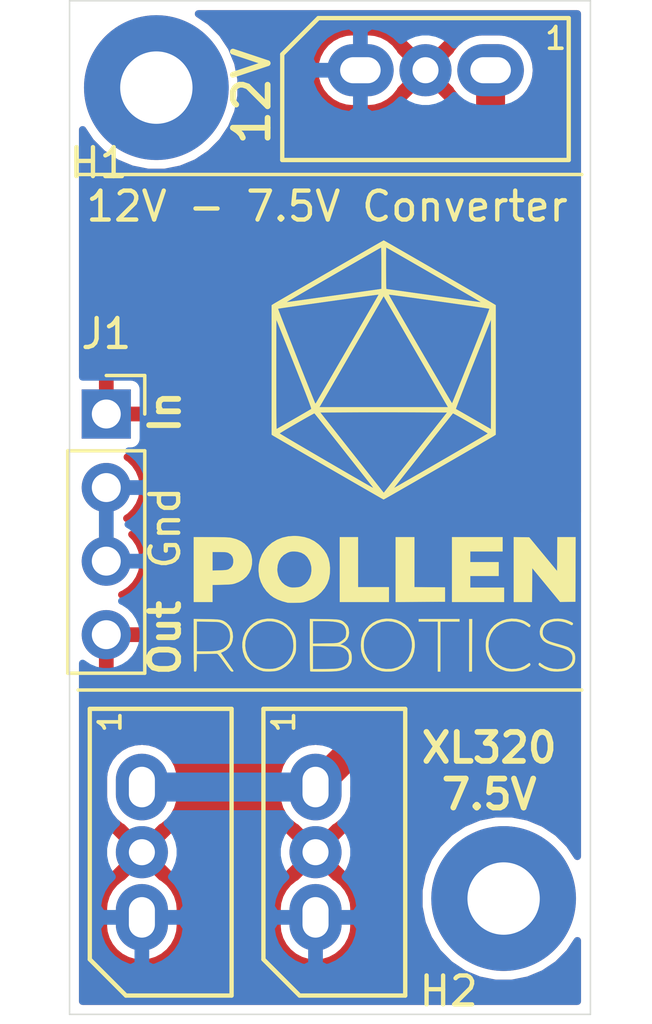
<source format=kicad_pcb>
(kicad_pcb (version 20171130) (host pcbnew "(5.1.9-0-10_14)")

  (general
    (thickness 1.6)
    (drawings 12)
    (tracks 3)
    (zones 0)
    (modules 7)
    (nets 5)
  )

  (page A4)
  (layers
    (0 F.Cu signal)
    (31 B.Cu signal)
    (32 B.Adhes user)
    (33 F.Adhes user)
    (34 B.Paste user)
    (35 F.Paste user)
    (36 B.SilkS user)
    (37 F.SilkS user)
    (38 B.Mask user)
    (39 F.Mask user)
    (40 Dwgs.User user)
    (41 Cmts.User user)
    (42 Eco1.User user)
    (43 Eco2.User user)
    (44 Edge.Cuts user)
    (45 Margin user)
    (46 B.CrtYd user)
    (47 F.CrtYd user)
    (48 B.Fab user)
    (49 F.Fab user)
  )

  (setup
    (last_trace_width 0.25)
    (user_trace_width 0.5)
    (user_trace_width 0.75)
    (user_trace_width 1)
    (user_trace_width 1.25)
    (user_trace_width 1.5)
    (user_trace_width 1.75)
    (user_trace_width 2)
    (user_trace_width 2.5)
    (trace_clearance 0.2)
    (zone_clearance 0.3)
    (zone_45_only no)
    (trace_min 0.2)
    (via_size 0.8)
    (via_drill 0.4)
    (via_min_size 0.4)
    (via_min_drill 0.3)
    (uvia_size 0.3)
    (uvia_drill 0.1)
    (uvias_allowed no)
    (uvia_min_size 0.2)
    (uvia_min_drill 0.1)
    (edge_width 0.05)
    (segment_width 0.2)
    (pcb_text_width 0.3)
    (pcb_text_size 1.5 1.5)
    (mod_edge_width 0.12)
    (mod_text_size 1 1)
    (mod_text_width 0.15)
    (pad_size 1.524 1.524)
    (pad_drill 0.762)
    (pad_to_mask_clearance 0)
    (aux_axis_origin 0 0)
    (visible_elements FFFFFF7F)
    (pcbplotparams
      (layerselection 0x010fc_ffffffff)
      (usegerberextensions false)
      (usegerberattributes true)
      (usegerberadvancedattributes true)
      (creategerberjobfile true)
      (excludeedgelayer true)
      (linewidth 0.100000)
      (plotframeref false)
      (viasonmask false)
      (mode 1)
      (useauxorigin false)
      (hpglpennumber 1)
      (hpglpenspeed 20)
      (hpglpendiameter 15.000000)
      (psnegative false)
      (psa4output false)
      (plotreference true)
      (plotvalue true)
      (plotinvisibletext false)
      (padsonsilk false)
      (subtractmaskfromsilk false)
      (outputformat 1)
      (mirror false)
      (drillshape 1)
      (scaleselection 1)
      (outputdirectory ""))
  )

  (net 0 "")
  (net 1 "Net-(J1-Pad1)")
  (net 2 "Net-(J1-Pad4)")
  (net 3 GND)
  (net 4 /DX_Data)

  (net_class Default "This is the default net class."
    (clearance 0.2)
    (trace_width 0.25)
    (via_dia 0.8)
    (via_drill 0.4)
    (uvia_dia 0.3)
    (uvia_drill 0.1)
    (add_net /DX_Data)
    (add_net GND)
    (add_net "Net-(J1-Pad1)")
    (add_net "Net-(J1-Pad4)")
  )

  (module Logos:pollen_square_logo (layer F.Cu) (tedit 0) (tstamp 606E1566)
    (at 150.9 50)
    (fp_text reference G*** (at 0 0) (layer F.SilkS) hide
      (effects (font (size 1.524 1.524) (thickness 0.3)))
    )
    (fp_text value LOGO (at 0.75 0) (layer F.SilkS) hide
      (effects (font (size 1.524 1.524) (thickness 0.3)))
    )
    (fp_poly (pts (xy -6.269566 5.354774) (xy -6.118698 5.357471) (xy -5.996991 5.361268) (xy -5.899742 5.367049)
      (xy -5.822247 5.375694) (xy -5.759802 5.388086) (xy -5.707702 5.405107) (xy -5.661244 5.427639)
      (xy -5.615724 5.456563) (xy -5.577256 5.48457) (xy -5.47815 5.578067) (xy -5.408804 5.68741)
      (xy -5.368377 5.813932) (xy -5.367826 5.816814) (xy -5.35482 5.963112) (xy -5.371453 6.099471)
      (xy -5.416193 6.222637) (xy -5.487505 6.329359) (xy -5.583856 6.416384) (xy -5.675081 6.468352)
      (xy -5.724747 6.491119) (xy -5.760339 6.507855) (xy -5.772359 6.513935) (xy -5.764869 6.528317)
      (xy -5.740243 6.566127) (xy -5.70122 6.62337) (xy -5.65054 6.696053) (xy -5.59094 6.780181)
      (xy -5.562877 6.819404) (xy -5.499197 6.908572) (xy -5.442194 6.989205) (xy -5.394858 7.057005)
      (xy -5.360183 7.107672) (xy -5.341161 7.136907) (xy -5.338606 7.141633) (xy -5.345801 7.15787)
      (xy -5.378755 7.162253) (xy -5.396351 7.159608) (xy -5.41523 7.14986) (xy -5.438292 7.129684)
      (xy -5.468438 7.095754) (xy -5.508569 7.044746) (xy -5.561586 6.973333) (xy -5.630389 6.878189)
      (xy -5.648307 6.85322) (xy -5.721256 6.75205) (xy -5.777759 6.675433) (xy -5.820663 6.620087)
      (xy -5.852815 6.58273) (xy -5.877062 6.56008) (xy -5.896251 6.548856) (xy -5.913228 6.545776)
      (xy -5.915007 6.545792) (xy -5.945981 6.54629) (xy -6.004587 6.547037) (xy -6.084591 6.547959)
      (xy -6.179762 6.548986) (xy -6.281876 6.550025) (xy -6.603218 6.5532) (xy -6.607842 6.853767)
      (xy -6.609675 6.961349) (xy -6.61177 7.039774) (xy -6.61473 7.09375) (xy -6.619159 7.127984)
      (xy -6.625661 7.147186) (xy -6.63484 7.156061) (xy -6.64703 7.159281) (xy -6.680677 7.158148)
      (xy -6.693597 7.152226) (xy -6.695886 7.133474) (xy -6.698032 7.084029) (xy -6.699994 7.007062)
      (xy -6.701728 6.905747) (xy -6.703193 6.783256) (xy -6.704348 6.642762) (xy -6.70515 6.487436)
      (xy -6.705196 6.468533) (xy -6.604 6.468533) (xy -6.3119 6.468406) (xy -6.206253 6.467308)
      (xy -6.10357 6.464357) (xy -6.012384 6.459933) (xy -5.941225 6.454415) (xy -5.910844 6.4506)
      (xy -5.780437 6.419783) (xy -5.674834 6.372316) (xy -5.587824 6.305156) (xy -5.564553 6.280862)
      (xy -5.503089 6.19614) (xy -5.465347 6.10179) (xy -5.448764 5.990018) (xy -5.447605 5.925277)
      (xy -5.462727 5.79746) (xy -5.504709 5.689036) (xy -5.574865 5.598039) (xy -5.674505 5.522505)
      (xy -5.739627 5.488112) (xy -5.771114 5.473903) (xy -5.800513 5.463046) (xy -5.832974 5.455007)
      (xy -5.873647 5.449253) (xy -5.927683 5.44525) (xy -6.000231 5.442464) (xy -6.096442 5.440362)
      (xy -6.218766 5.438448) (xy -6.604 5.432828) (xy -6.604 6.468533) (xy -6.705196 6.468533)
      (xy -6.705557 6.320453) (xy -6.7056 6.244313) (xy -6.7056 5.348404) (xy -6.269566 5.354774)) (layer F.SilkS) (width 0.01))
    (fp_poly (pts (xy -3.990108 5.340785) (xy -3.822242 5.373482) (xy -3.664606 5.435045) (xy -3.520843 5.524097)
      (xy -3.394598 5.63926) (xy -3.301034 5.760882) (xy -3.251676 5.842952) (xy -3.216781 5.917716)
      (xy -3.194065 5.994198) (xy -3.181247 6.081422) (xy -3.176045 6.188413) (xy -3.175597 6.256867)
      (xy -3.176661 6.353396) (xy -3.179957 6.424622) (xy -3.186553 6.47909) (xy -3.197517 6.525343)
      (xy -3.213918 6.571926) (xy -3.215485 6.575894) (xy -3.29373 6.728928) (xy -3.398412 6.865123)
      (xy -3.525178 6.980172) (xy -3.669677 7.069767) (xy -3.749725 7.104621) (xy -3.816427 7.127037)
      (xy -3.880949 7.141641) (xy -3.955123 7.150401) (xy -4.050777 7.155281) (xy -4.055533 7.155433)
      (xy -4.139747 7.156513) (xy -4.218848 7.154769) (xy -4.282177 7.150577) (xy -4.311207 7.146432)
      (xy -4.458741 7.099478) (xy -4.600008 7.025518) (xy -4.728767 6.929477) (xy -4.838776 6.816278)
      (xy -4.923795 6.690845) (xy -4.946355 6.645274) (xy -5.001663 6.483694) (xy -5.027026 6.317175)
      (xy -5.02609 6.275031) (xy -4.934318 6.275031) (xy -4.913686 6.433266) (xy -4.862544 6.590088)
      (xy -4.843237 6.631898) (xy -4.762627 6.761051) (xy -4.658593 6.873598) (xy -4.536977 6.964932)
      (xy -4.40362 7.030445) (xy -4.301066 7.059541) (xy -4.199751 7.072266) (xy -4.085685 7.07543)
      (xy -3.973476 7.069295) (xy -3.877736 7.05412) (xy -3.868666 7.051866) (xy -3.721961 6.997279)
      (xy -3.586537 6.915032) (xy -3.468889 6.810041) (xy -3.375511 6.687223) (xy -3.366225 6.671486)
      (xy -3.31077 6.557327) (xy -3.277019 6.442013) (xy -3.261958 6.31348) (xy -3.260475 6.2484)
      (xy -3.275928 6.077734) (xy -3.320798 5.921514) (xy -3.392848 5.78214) (xy -3.489846 5.662008)
      (xy -3.609554 5.563519) (xy -3.74974 5.489071) (xy -3.908167 5.441062) (xy -4.028157 5.424514)
      (xy -4.182721 5.42479) (xy -4.326877 5.451629) (xy -4.471851 5.507234) (xy -4.487112 5.514602)
      (xy -4.6234 5.599319) (xy -4.736645 5.70605) (xy -4.825604 5.830892) (xy -4.889033 5.969939)
      (xy -4.925685 6.119287) (xy -4.934318 6.275031) (xy -5.02609 6.275031) (xy -5.023323 6.150502)
      (xy -4.99143 5.988457) (xy -4.932225 5.835827) (xy -4.846586 5.697395) (xy -4.753618 5.594422)
      (xy -4.641456 5.501409) (xy -4.528175 5.433596) (xy -4.401488 5.384212) (xy -4.341953 5.367497)
      (xy -4.16456 5.338331) (xy -3.990108 5.340785)) (layer F.SilkS) (width 0.01))
    (fp_poly (pts (xy -2.205566 5.354889) (xy -2.046965 5.357265) (xy -1.918038 5.360474) (xy -1.814596 5.365401)
      (xy -1.732447 5.37293) (xy -1.6674 5.383948) (xy -1.615264 5.39934) (xy -1.571848 5.419992)
      (xy -1.532959 5.446787) (xy -1.494409 5.480614) (xy -1.462448 5.511877) (xy -1.413008 5.56495)
      (xy -1.382599 5.609901) (xy -1.363732 5.659675) (xy -1.354607 5.698353) (xy -1.342599 5.826311)
      (xy -1.360983 5.942353) (xy -1.40851 6.043875) (xy -1.483931 6.128275) (xy -1.585997 6.192951)
      (xy -1.593794 6.196532) (xy -1.655121 6.224094) (xy -1.558909 6.252449) (xy -1.465107 6.293324)
      (xy -1.379785 6.354796) (xy -1.312134 6.429102) (xy -1.278179 6.489423) (xy -1.258743 6.561858)
      (xy -1.249512 6.650566) (xy -1.250642 6.742029) (xy -1.262289 6.822729) (xy -1.273906 6.859232)
      (xy -1.332449 6.956953) (xy -1.416782 7.034587) (xy -1.527595 7.09254) (xy -1.665582 7.131216)
      (xy -1.76295 7.145469) (xy -1.82298 7.150167) (xy -1.903771 7.154156) (xy -1.999956 7.157401)
      (xy -2.10617 7.159866) (xy -2.217046 7.161517) (xy -2.327221 7.162317) (xy -2.431326 7.162231)
      (xy -2.523998 7.161225) (xy -2.599869 7.159263) (xy -2.653575 7.156309) (xy -2.679749 7.152328)
      (xy -2.681111 7.151511) (xy -2.683264 7.132899) (xy -2.685283 7.08359) (xy -2.685413 7.078133)
      (xy -2.5908 7.078133) (xy -2.2225 7.077798) (xy -2.105496 7.0769) (xy -1.992041 7.074588)
      (xy -1.889316 7.071116) (xy -1.804501 7.066739) (xy -1.74478 7.061712) (xy -1.735666 7.060536)
      (xy -1.602065 7.031201) (xy -1.497206 6.984915) (xy -1.419968 6.920697) (xy -1.369232 6.837572)
      (xy -1.343877 6.73456) (xy -1.34217 6.717033) (xy -1.345212 6.597572) (xy -1.375673 6.497658)
      (xy -1.434324 6.415933) (xy -1.521939 6.351043) (xy -1.561977 6.330972) (xy -1.589574 6.319074)
      (xy -1.616529 6.309718) (xy -1.647297 6.302541) (xy -1.686332 6.297178) (xy -1.73809 6.293266)
      (xy -1.807026 6.29044) (xy -1.897594 6.288336) (xy -2.01425 6.286591) (xy -2.1209 6.285305)
      (xy -2.5908 6.279877) (xy -2.5908 7.078133) (xy -2.685413 7.078133) (xy -2.687127 7.006753)
      (xy -2.688758 6.905558) (xy -2.690136 6.783175) (xy -2.691222 6.642772) (xy -2.691976 6.48752)
      (xy -2.692359 6.320587) (xy -2.6924 6.244415) (xy -2.6924 6.200633) (xy -2.5908 6.200633)
      (xy -2.1717 6.194476) (xy -2.040706 6.192394) (xy -1.938747 6.190178) (xy -1.860992 6.187394)
      (xy -1.802611 6.183603) (xy -1.758772 6.178371) (xy -1.724646 6.17126) (xy -1.695401 6.161834)
      (xy -1.666207 6.149658) (xy -1.663841 6.148602) (xy -1.613843 6.120419) (xy -1.560167 6.081257)
      (xy -1.510697 6.038075) (xy -1.473316 5.997833) (xy -1.455909 5.96749) (xy -1.455529 5.964718)
      (xy -1.452098 5.941538) (xy -1.444365 5.898443) (xy -1.440826 5.879863) (xy -1.435571 5.782798)
      (xy -1.453878 5.686097) (xy -1.492982 5.602988) (xy -1.500997 5.591819) (xy -1.547104 5.543697)
      (xy -1.606922 5.504516) (xy -1.68355 5.473605) (xy -1.780089 5.450291) (xy -1.899639 5.433902)
      (xy -2.0453 5.423764) (xy -2.220173 5.419207) (xy -2.2987 5.418795) (xy -2.5908 5.418667)
      (xy -2.5908 6.200633) (xy -2.6924 6.200633) (xy -2.6924 5.348608) (xy -2.205566 5.354889)) (layer F.SilkS) (width 0.01))
    (fp_poly (pts (xy 0.111268 5.342605) (xy 0.280047 5.376231) (xy 0.436528 5.437779) (xy 0.577211 5.525325)
      (xy 0.698597 5.636947) (xy 0.797186 5.770719) (xy 0.830189 5.831489) (xy 0.88644 5.965129)
      (xy 0.918465 6.093486) (xy 0.928914 6.229925) (xy 0.92625 6.316133) (xy 0.900101 6.490755)
      (xy 0.843762 6.650157) (xy 0.756753 6.795372) (xy 0.646705 6.919734) (xy 0.572651 6.978626)
      (xy 0.477383 7.03721) (xy 0.373032 7.089271) (xy 0.271731 7.128593) (xy 0.205122 7.145972)
      (xy 0.122153 7.155968) (xy 0.022133 7.16025) (xy -0.080691 7.158831) (xy -0.17207 7.151729)
      (xy -0.211667 7.14553) (xy -0.372793 7.096641) (xy -0.520792 7.018981) (xy -0.651876 6.91611)
      (xy -0.762258 6.791589) (xy -0.84815 6.648979) (xy -0.905405 6.49323) (xy -0.923028 6.389996)
      (xy -0.929306 6.268811) (xy -0.926832 6.205887) (xy -0.836813 6.205887) (xy -0.834544 6.326697)
      (xy -0.820728 6.440283) (xy -0.798284 6.526433) (xy -0.725943 6.679413) (xy -0.629783 6.80992)
      (xy -0.512585 6.916449) (xy -0.377127 6.997493) (xy -0.226188 7.051547) (xy -0.062548 7.077103)
      (xy 0.111015 7.072657) (xy 0.188189 7.061111) (xy 0.335873 7.016801) (xy 0.472545 6.942966)
      (xy 0.593289 6.843394) (xy 0.693191 6.721871) (xy 0.745117 6.631898) (xy 0.805622 6.474182)
      (xy 0.834534 6.316822) (xy 0.833897 6.162882) (xy 0.805755 6.015425) (xy 0.752151 5.877516)
      (xy 0.67513 5.752219) (xy 0.576734 5.642599) (xy 0.459008 5.551718) (xy 0.323996 5.482643)
      (xy 0.17374 5.438435) (xy 0.010285 5.422161) (xy -0.060329 5.424291) (xy -0.231619 5.451308)
      (xy -0.386736 5.507172) (xy -0.523581 5.590279) (xy -0.640053 5.699023) (xy -0.734052 5.831797)
      (xy -0.803476 5.986996) (xy -0.805962 5.9944) (xy -0.827348 6.090805) (xy -0.836813 6.205887)
      (xy -0.926832 6.205887) (xy -0.924381 6.143579) (xy -0.908395 6.028207) (xy -0.90029 5.993025)
      (xy -0.843191 5.838944) (xy -0.758211 5.700706) (xy -0.648624 5.580881) (xy -0.517708 5.482038)
      (xy -0.368737 5.406747) (xy -0.204986 5.357576) (xy -0.066308 5.338823) (xy 0.111268 5.342605)) (layer F.SilkS) (width 0.01))
    (fp_poly (pts (xy 2.472267 5.4356) (xy 1.811867 5.4356) (xy 1.811867 7.1628) (xy 1.7272 7.1628)
      (xy 1.7272 5.4356) (xy 1.0668 5.4356) (xy 1.0668 5.350933) (xy 2.472267 5.350933)
      (xy 2.472267 5.4356)) (layer F.SilkS) (width 0.01))
    (fp_poly (pts (xy 2.908449 6.252633) (xy 2.904067 7.154333) (xy 2.8575 7.159692) (xy 2.810934 7.16505)
      (xy 2.810934 5.350933) (xy 2.91283 5.350933) (xy 2.908449 6.252633)) (layer F.SilkS) (width 0.01))
    (fp_poly (pts (xy 4.44883 5.346677) (xy 4.625472 5.386614) (xy 4.6482 5.394041) (xy 4.706847 5.418384)
      (xy 4.771414 5.452095) (xy 4.833555 5.489935) (xy 4.884928 5.526665) (xy 4.917188 5.557045)
      (xy 4.92301 5.566596) (xy 4.920033 5.597151) (xy 4.908248 5.614609) (xy 4.889963 5.626344)
      (xy 4.867647 5.620951) (xy 4.832116 5.595522) (xy 4.822074 5.587329) (xy 4.706771 5.5129)
      (xy 4.571696 5.460231) (xy 4.423853 5.430349) (xy 4.270247 5.424283) (xy 4.117884 5.443058)
      (xy 4.020624 5.469826) (xy 3.874545 5.536562) (xy 3.749544 5.626625) (xy 3.646532 5.736132)
      (xy 3.56642 5.861203) (xy 3.510117 5.997957) (xy 3.478534 6.142512) (xy 3.472583 6.290987)
      (xy 3.493173 6.439501) (xy 3.541215 6.584172) (xy 3.61762 6.721121) (xy 3.702567 6.825449)
      (xy 3.823292 6.928517) (xy 3.960505 7.00512) (xy 4.109207 7.054898) (xy 4.264402 7.077491)
      (xy 4.421091 7.072538) (xy 4.574278 7.039677) (xy 4.718965 6.97855) (xy 4.82827 6.906679)
      (xy 4.867479 6.878248) (xy 4.890864 6.870152) (xy 4.907536 6.879808) (xy 4.910598 6.883317)
      (xy 4.923776 6.915981) (xy 4.921977 6.932895) (xy 4.89844 6.961982) (xy 4.851311 6.998621)
      (xy 4.788527 7.037998) (xy 4.718024 7.075296) (xy 4.647739 7.105701) (xy 4.6228 7.114426)
      (xy 4.527736 7.137124) (xy 4.41521 7.151782) (xy 4.296774 7.157932) (xy 4.183983 7.155106)
      (xy 4.088389 7.142839) (xy 4.064 7.137031) (xy 3.900324 7.076123) (xy 3.753458 6.989556)
      (xy 3.626593 6.880537) (xy 3.522922 6.75227) (xy 3.445638 6.607961) (xy 3.4026 6.47297)
      (xy 3.389675 6.38425) (xy 3.384805 6.278167) (xy 3.38772 6.167895) (xy 3.398148 6.066613)
      (xy 3.412359 5.998661) (xy 3.475386 5.837347) (xy 3.563831 5.695703) (xy 3.674491 5.575294)
      (xy 3.80416 5.47769) (xy 3.949633 5.404459) (xy 4.107705 5.357167) (xy 4.275173 5.337384)
      (xy 4.44883 5.346677)) (layer F.SilkS) (width 0.01))
    (fp_poly (pts (xy 6.029523 5.351574) (xy 6.170031 5.385302) (xy 6.270892 5.425254) (xy 6.335844 5.456928)
      (xy 6.374817 5.479225) (xy 6.392672 5.496767) (xy 6.394266 5.514179) (xy 6.385435 5.53427)
      (xy 6.374654 5.551546) (xy 6.361163 5.558094) (xy 6.337548 5.552682) (xy 6.296397 5.534078)
      (xy 6.252453 5.512179) (xy 6.121653 5.459732) (xy 5.98551 5.428947) (xy 5.849606 5.419346)
      (xy 5.719525 5.430451) (xy 5.60085 5.461783) (xy 5.499163 5.512863) (xy 5.420047 5.583214)
      (xy 5.419791 5.583524) (xy 5.372254 5.665298) (xy 5.347246 5.761859) (xy 5.347973 5.860176)
      (xy 5.34949 5.869096) (xy 5.368164 5.935783) (xy 5.400789 5.989981) (xy 5.455265 6.044309)
      (xy 5.46372 6.051499) (xy 5.494472 6.075453) (xy 5.527939 6.096398) (xy 5.569143 6.116265)
      (xy 5.623105 6.136985) (xy 5.694845 6.160488) (xy 5.789384 6.188705) (xy 5.909791 6.223016)
      (xy 6.005223 6.250584) (xy 6.092641 6.27713) (xy 6.165319 6.300513) (xy 6.216526 6.318593)
      (xy 6.235416 6.326642) (xy 6.29677 6.36667) (xy 6.358387 6.420442) (xy 6.411277 6.478819)
      (xy 6.446449 6.532662) (xy 6.452429 6.547245) (xy 6.468292 6.629334) (xy 6.470167 6.724962)
      (xy 6.45855 6.817443) (xy 6.442814 6.870977) (xy 6.397896 6.945485) (xy 6.327757 7.016943)
      (xy 6.240768 7.078001) (xy 6.166224 7.113825) (xy 6.084375 7.136128) (xy 5.980521 7.151034)
      (xy 5.865807 7.158088) (xy 5.751376 7.156835) (xy 5.648373 7.14682) (xy 5.598921 7.136985)
      (xy 5.524923 7.113205) (xy 5.44237 7.078672) (xy 5.361016 7.038303) (xy 5.290613 6.997015)
      (xy 5.240917 6.959723) (xy 5.234377 6.953238) (xy 5.211086 6.923327) (xy 5.211311 6.900291)
      (xy 5.221892 6.883328) (xy 5.238186 6.864837) (xy 5.254859 6.864023) (xy 5.282154 6.882802)
      (xy 5.300467 6.898016) (xy 5.414896 6.974065) (xy 5.550706 7.030755) (xy 5.700453 7.066504)
      (xy 5.856693 7.079729) (xy 6.011982 7.06885) (xy 6.061576 7.059738) (xy 6.166994 7.023181)
      (xy 6.254879 6.965313) (xy 6.322439 6.890976) (xy 6.366882 6.805007) (xy 6.385416 6.712248)
      (xy 6.37525 6.617537) (xy 6.351693 6.556759) (xy 6.321615 6.507983) (xy 6.282838 6.4663)
      (xy 6.230968 6.429381) (xy 6.161612 6.394897) (xy 6.070379 6.360518) (xy 5.952873 6.323914)
      (xy 5.866695 6.299574) (xy 5.725479 6.258992) (xy 5.612863 6.222263) (xy 5.52411 6.187274)
      (xy 5.454485 6.151909) (xy 5.399249 6.114054) (xy 5.353668 6.071596) (xy 5.352042 6.069842)
      (xy 5.289963 5.979198) (xy 5.25686 5.877581) (xy 5.252277 5.770774) (xy 5.275757 5.664559)
      (xy 5.326846 5.564719) (xy 5.398292 5.483057) (xy 5.493529 5.418168) (xy 5.610721 5.372148)
      (xy 5.743417 5.345424) (xy 5.885168 5.338424) (xy 6.029523 5.351574)) (layer F.SilkS) (width 0.01))
    (fp_poly (pts (xy -3.079227 2.490363) (xy -2.880799 2.523253) (xy -2.703911 2.579742) (xy -2.543902 2.661977)
      (xy -2.396111 2.772099) (xy -2.327549 2.836084) (xy -2.207625 2.970769) (xy -2.117938 3.108239)
      (xy -2.055625 3.255004) (xy -2.017824 3.417571) (xy -2.002746 3.574798) (xy -2.006308 3.776226)
      (xy -2.037136 3.958895) (xy -2.096161 4.125337) (xy -2.184313 4.278085) (xy -2.302521 4.419673)
      (xy -2.3192 4.43646) (xy -2.430494 4.537393) (xy -2.540196 4.615587) (xy -2.660484 4.678624)
      (xy -2.789577 4.729262) (xy -2.852242 4.750167) (xy -2.905916 4.764787) (xy -2.95957 4.774407)
      (xy -3.022172 4.78031) (xy -3.102692 4.78378) (xy -3.183466 4.785617) (xy -3.2738 4.786739)
      (xy -3.354095 4.786677) (xy -3.417256 4.785517) (xy -3.456189 4.78334) (xy -3.462867 4.782333)
      (xy -3.650875 4.731123) (xy -3.810571 4.670895) (xy -3.946804 4.599489) (xy -4.064426 4.514745)
      (xy -4.06501 4.514256) (xy -4.194737 4.38451) (xy -4.303298 4.233128) (xy -4.38664 4.06698)
      (xy -4.440706 3.892936) (xy -4.445452 3.86968) (xy -4.467399 3.671886) (xy -4.465434 3.632713)
      (xy -3.824599 3.632713) (xy -3.822017 3.702567) (xy -3.795989 3.84464) (xy -3.742055 3.972837)
      (xy -3.662932 4.083214) (xy -3.561337 4.171824) (xy -3.461583 4.226142) (xy -3.406197 4.24727)
      (xy -3.356553 4.259325) (xy -3.300221 4.264116) (xy -3.224768 4.263454) (xy -3.208866 4.262919)
      (xy -3.116646 4.256836) (xy -3.047344 4.244916) (xy -2.990228 4.225154) (xy -2.978987 4.219921)
      (xy -2.86367 4.146239) (xy -2.770254 4.050168) (xy -2.700115 3.936255) (xy -2.654625 3.809047)
      (xy -2.63516 3.673091) (xy -2.643092 3.532933) (xy -2.679796 3.393123) (xy -2.708824 3.325869)
      (xy -2.783529 3.208696) (xy -2.878674 3.118371) (xy -2.993438 3.055377) (xy -3.127 3.0202)
      (xy -3.239494 3.012364) (xy -3.318224 3.014888) (xy -3.378961 3.024234) (xy -3.437395 3.043676)
      (xy -3.480088 3.062582) (xy -3.60085 3.136466) (xy -3.696767 3.232452) (xy -3.766755 3.34851)
      (xy -3.809727 3.482607) (xy -3.824599 3.632713) (xy -4.465434 3.632713) (xy -4.45771 3.478735)
      (xy -4.417331 3.293488) (xy -4.347209 3.119408) (xy -4.248289 2.959755) (xy -4.147735 2.843284)
      (xy -3.996996 2.715344) (xy -3.827368 2.614331) (xy -3.641666 2.541175) (xy -3.442705 2.496806)
      (xy -3.233302 2.482154) (xy -3.079227 2.490363)) (layer F.SilkS) (width 0.01))
    (fp_poly (pts (xy -6.125633 2.523658) (xy -5.938987 2.524392) (xy -5.783617 2.526237) (xy -5.656947 2.529281)
      (xy -5.556404 2.533608) (xy -5.479413 2.539306) (xy -5.423397 2.546459) (xy -5.418666 2.547291)
      (xy -5.239334 2.593612) (xy -5.083612 2.662651) (xy -4.952497 2.753378) (xy -4.846988 2.864764)
      (xy -4.768083 2.99578) (xy -4.716779 3.145397) (xy -4.695131 3.293534) (xy -4.699181 3.463301)
      (xy -4.73355 3.618815) (xy -4.797186 3.758585) (xy -4.889035 3.881116) (xy -5.008045 3.984915)
      (xy -5.153164 4.068489) (xy -5.274733 4.115789) (xy -5.321382 4.129555) (xy -5.368492 4.139956)
      (xy -5.422361 4.147629) (xy -5.489286 4.153211) (xy -5.575562 4.157338) (xy -5.687488 4.160648)
      (xy -5.7277 4.161592) (xy -6.062133 4.169134) (xy -6.062133 4.758267) (xy -6.7056 4.758267)
      (xy -6.7056 3.678225) (xy -6.062133 3.678225) (xy -5.812367 3.671373) (xy -5.710935 3.667996)
      (xy -5.63662 3.663681) (xy -5.582675 3.657507) (xy -5.542348 3.648549) (xy -5.508891 3.635886)
      (xy -5.492059 3.627578) (xy -5.41185 3.568959) (xy -5.360198 3.492184) (xy -5.33771 3.402388)
      (xy -5.338896 3.288378) (xy -5.366716 3.19495) (xy -5.421642 3.121176) (xy -5.504149 3.06613)
      (xy -5.511099 3.062896) (xy -5.545852 3.04989) (xy -5.587441 3.040927) (xy -5.642615 3.035321)
      (xy -5.718125 3.032387) (xy -5.820721 3.031439) (xy -5.820833 3.031439) (xy -6.062133 3.031067)
      (xy -6.062133 3.678225) (xy -6.7056 3.678225) (xy -6.7056 2.523067) (xy -6.125633 2.523658)) (layer F.SilkS) (width 0.01))
    (fp_poly (pts (xy -1.032933 4.250267) (xy 0.033867 4.250267) (xy 0.033867 4.758267) (xy -1.659466 4.758267)
      (xy -1.659466 2.523067) (xy -1.032933 2.523067) (xy -1.032933 4.250267)) (layer F.SilkS) (width 0.01))
    (fp_poly (pts (xy 0.9144 4.249784) (xy 1.972734 4.258734) (xy 1.972734 4.7498) (xy 1.121834 4.75419)
      (xy 0.270933 4.75858) (xy 0.270933 2.523067) (xy 0.9144 2.523067) (xy 0.9144 4.249784)) (layer F.SilkS) (width 0.01))
    (fp_poly (pts (xy 3.9624 3.014134) (xy 2.8448 3.014134) (xy 2.8448 3.386667) (xy 3.826934 3.386667)
      (xy 3.826934 3.8608) (xy 2.8448 3.8608) (xy 2.8448 4.2672) (xy 4.0132 4.2672)
      (xy 4.0132 4.758267) (xy 2.218267 4.758267) (xy 2.218267 2.523067) (xy 3.9624 2.523067)
      (xy 3.9624 3.014134)) (layer F.SilkS) (width 0.01))
    (fp_poly (pts (xy 4.617706 2.52687) (xy 4.883545 2.531534) (xy 5.850467 3.699268) (xy 5.85492 3.111167)
      (xy 5.859372 2.523067) (xy 6.48571 2.523067) (xy 6.481355 3.636434) (xy 6.477 4.7498)
      (xy 6.214533 4.753115) (xy 5.952067 4.756429) (xy 5.469467 4.170792) (xy 4.986867 3.585154)
      (xy 4.982414 4.171711) (xy 4.977961 4.758267) (xy 4.351867 4.758267) (xy 4.351867 2.522207)
      (xy 4.617706 2.52687)) (layer F.SilkS) (width 0.01))
    (fp_poly (pts (xy -0.128499 -7.713323) (xy -0.085888 -7.689302) (xy -0.01818 -7.650755) (xy 0.072517 -7.598897)
      (xy 0.184095 -7.534945) (xy 0.314445 -7.460115) (xy 0.461459 -7.375625) (xy 0.623029 -7.28269)
      (xy 0.797046 -7.182526) (xy 0.981403 -7.076352) (xy 1.17399 -6.965381) (xy 1.3727 -6.850832)
      (xy 1.575423 -6.733921) (xy 1.780053 -6.615864) (xy 1.98448 -6.497878) (xy 2.186595 -6.381178)
      (xy 2.384292 -6.266982) (xy 2.575461 -6.156507) (xy 2.757994 -6.050967) (xy 2.929782 -5.951581)
      (xy 3.088718 -5.859564) (xy 3.232693 -5.776132) (xy 3.359599 -5.702504) (xy 3.467327 -5.639893)
      (xy 3.553769 -5.589519) (xy 3.616817 -5.552595) (xy 3.654362 -5.53034) (xy 3.661834 -5.525776)
      (xy 3.725334 -5.485975) (xy 3.725334 -1.01648) (xy 3.661834 -0.97564) (xy 3.634222 -0.958846)
      (xy 3.580303 -0.926968) (xy 3.502186 -0.88122) (xy 3.401983 -0.822818) (xy 3.281803 -0.752977)
      (xy 3.143756 -0.672914) (xy 2.989954 -0.583843) (xy 2.822505 -0.48698) (xy 2.643522 -0.38354)
      (xy 2.455113 -0.27474) (xy 2.259389 -0.161794) (xy 2.058462 -0.045918) (xy 1.854439 0.071673)
      (xy 1.649433 0.189763) (xy 1.445554 0.307137) (xy 1.244911 0.422578) (xy 1.049616 0.534872)
      (xy 0.861778 0.642804) (xy 0.683507 0.745157) (xy 0.516915 0.840716) (xy 0.364111 0.928266)
      (xy 0.227206 1.006592) (xy 0.108309 1.074477) (xy 0.009532 1.130706) (xy -0.067015 1.174065)
      (xy -0.119222 1.203336) (xy -0.14498 1.217305) (xy -0.147369 1.218354) (xy -0.163424 1.20993)
      (xy -0.207039 1.18554) (xy -0.276467 1.146186) (xy -0.36996 1.092875) (xy -0.48577 1.026609)
      (xy -0.62215 0.948393) (xy -0.777352 0.85923) (xy -0.949629 0.760126) (xy -1.137232 0.652084)
      (xy -1.338414 0.536108) (xy -1.551429 0.413202) (xy -1.774527 0.284371) (xy -2.005962 0.150618)
      (xy -2.043171 0.129104) (xy -2.276469 -0.005822) (xy -2.502117 -0.136374) (xy -2.718328 -0.261516)
      (xy -2.923315 -0.380212) (xy -3.115293 -0.491425) (xy -3.292475 -0.59412) (xy -3.453073 -0.687261)
      (xy -3.595302 -0.76981) (xy -3.717374 -0.840732) (xy -3.817503 -0.898991) (xy -3.893903 -0.94355)
      (xy -3.944786 -0.973373) (xy -3.968366 -0.987424) (xy -3.969338 -0.988041) (xy -4.0132 -1.016781)
      (xy -4.0132 -1.0593) (xy -3.744486 -1.0593) (xy -3.730366 -1.049352) (xy -3.689193 -1.023795)
      (xy -3.623244 -0.983955) (xy -3.534793 -0.931156) (xy -3.426117 -0.866724) (xy -3.299492 -0.791983)
      (xy -3.157194 -0.708259) (xy -3.0015 -0.616876) (xy -2.834684 -0.519159) (xy -2.659025 -0.416434)
      (xy -2.476796 -0.310025) (xy -2.290275 -0.201258) (xy -2.101737 -0.091457) (xy -1.91346 0.018052)
      (xy -1.727717 0.125945) (xy -1.546787 0.230896) (xy -1.372944 0.331581) (xy -1.208465 0.426675)
      (xy -1.055626 0.514852) (xy -0.916703 0.594787) (xy -0.793972 0.665156) (xy -0.689709 0.724634)
      (xy -0.606191 0.771895) (xy -0.545692 0.805615) (xy -0.51049 0.824468) (xy -0.502308 0.828118)
      (xy -0.505298 0.816829) (xy -0.5257 0.78538) (xy -0.559473 0.739821) (xy -0.571929 0.7239)
      (xy -0.594866 0.694882) (xy -0.63711 0.641391) (xy -0.69699 0.565545) (xy -0.772838 0.469457)
      (xy -0.862983 0.355245) (xy -0.965756 0.225024) (xy -1.079486 0.080909) (xy -1.202504 -0.074982)
      (xy -1.33314 -0.240535) (xy -1.469724 -0.413634) (xy -1.590943 -0.567267) (xy -1.729238 -0.742433)
      (xy -1.861606 -0.909879) (xy -1.986539 -1.067708) (xy -2.102529 -1.214026) (xy -2.208069 -1.346936)
      (xy -2.301648 -1.464542) (xy -2.381761 -1.564951) (xy -2.446897 -1.646265) (xy -2.49555 -1.706589)
      (xy -2.52621 -1.744029) (xy -2.537322 -1.756683) (xy -2.554669 -1.749685) (xy -2.597347 -1.727636)
      (xy -2.661583 -1.692718) (xy -2.743603 -1.647109) (xy -2.839634 -1.592991) (xy -2.945901 -1.532542)
      (xy -3.05863 -1.467945) (xy -3.174048 -1.401377) (xy -3.288381 -1.335021) (xy -3.397855 -1.271056)
      (xy -3.498696 -1.211661) (xy -3.58713 -1.159018) (xy -3.659384 -1.115307) (xy -3.711683 -1.082707)
      (xy -3.740254 -1.063399) (xy -3.744486 -1.0593) (xy -4.0132 -1.0593) (xy -4.0132 -3.100623)
      (xy -3.8608 -3.100623) (xy -3.860689 -2.850172) (xy -3.860367 -2.609504) (xy -3.859847 -2.380747)
      (xy -3.859143 -2.16603) (xy -3.858271 -1.967481) (xy -3.857244 -1.78723) (xy -3.856076 -1.627404)
      (xy -3.854782 -1.490133) (xy -3.853377 -1.377545) (xy -3.851874 -1.291769) (xy -3.850287 -1.234934)
      (xy -3.848632 -1.209168) (xy -3.8481 -1.207825) (xy -3.831068 -1.217631) (xy -3.787849 -1.242408)
      (xy -3.721655 -1.280318) (xy -3.635701 -1.329521) (xy -3.533199 -1.388178) (xy -3.417362 -1.45445)
      (xy -3.291403 -1.526499) (xy -3.2512 -1.549492) (xy -3.122315 -1.623386) (xy -3.002247 -1.692577)
      (xy -2.894273 -1.75515) (xy -2.84061 -1.786467) (xy -2.340057 -1.786467) (xy -1.242025 -0.395081)
      (xy -1.092158 -0.205231) (xy -0.948281 -0.023078) (xy -0.81177 0.149642) (xy -0.684 0.311192)
      (xy -0.566348 0.459838) (xy -0.460188 0.593844) (xy -0.366896 0.711475) (xy -0.287849 0.810993)
      (xy -0.22442 0.890665) (xy -0.177988 0.948754) (xy -0.149925 0.983524) (xy -0.141516 0.993453)
      (xy -0.130914 0.980053) (xy -0.100715 0.94181) (xy -0.052296 0.88047) (xy -0.011378 0.828624)
      (xy 0.20771 0.828624) (xy 0.207937 0.829734) (xy 0.223317 0.821436) (xy 0.266136 0.797264)
      (xy 0.334516 0.758298) (xy 0.42658 0.705616) (xy 0.54045 0.640298) (xy 0.674248 0.563425)
      (xy 0.826096 0.476076) (xy 0.994116 0.379331) (xy 1.176431 0.274269) (xy 1.371162 0.16197)
      (xy 1.576432 0.043515) (xy 1.790363 -0.080018) (xy 1.836843 -0.106868) (xy 2.052314 -0.231476)
      (xy 2.259391 -0.351486) (xy 2.456205 -0.465799) (xy 2.640888 -0.57332) (xy 2.81157 -0.672951)
      (xy 2.966382 -0.763596) (xy 3.103455 -0.844158) (xy 3.22092 -0.913541) (xy 3.316908 -0.970646)
      (xy 3.38955 -1.014379) (xy 3.436976 -1.043641) (xy 3.457318 -1.057337) (xy 3.457974 -1.058138)
      (xy 3.443826 -1.0693) (xy 3.403943 -1.094927) (xy 3.342089 -1.132844) (xy 3.262026 -1.180876)
      (xy 3.167517 -1.236848) (xy 3.062325 -1.298585) (xy 2.950212 -1.363913) (xy 2.834941 -1.430656)
      (xy 2.720274 -1.496639) (xy 2.609975 -1.559688) (xy 2.507807 -1.617628) (xy 2.417531 -1.668284)
      (xy 2.342912 -1.70948) (xy 2.28771 -1.739043) (xy 2.25569 -1.754797) (xy 2.249272 -1.756772)
      (xy 2.237343 -1.743156) (xy 2.205974 -1.704825) (xy 2.156671 -1.643678) (xy 2.090944 -1.561609)
      (xy 2.010301 -1.460515) (xy 1.91625 -1.342291) (xy 1.8103 -1.208834) (xy 1.693959 -1.06204)
      (xy 1.568736 -0.903805) (xy 1.436139 -0.736024) (xy 1.302939 -0.567267) (xy 1.162596 -0.389353)
      (xy 1.026759 -0.217162) (xy 0.897098 -0.05281) (xy 0.775284 0.101587) (xy 0.662986 0.243913)
      (xy 0.561874 0.372052) (xy 0.473618 0.483887) (xy 0.399887 0.577303) (xy 0.342352 0.650184)
      (xy 0.302682 0.700412) (xy 0.28411 0.7239) (xy 0.246133 0.772955) (xy 0.219174 0.809937)
      (xy 0.20771 0.828624) (xy -0.011378 0.828624) (xy 0.012964 0.797781) (xy 0.093687 0.695487)
      (xy 0.188495 0.575337) (xy 0.29601 0.439075) (xy 0.414854 0.288449) (xy 0.54365 0.125205)
      (xy 0.681018 -0.04891) (xy 0.825582 -0.232151) (xy 0.956368 -0.397933) (xy 2.051775 -1.786467)
      (xy 0.959471 -1.790823) (xy 0.726341 -1.791586) (xy 0.467455 -1.792139) (xy 0.190923 -1.792483)
      (xy -0.095145 -1.792618) (xy -0.382639 -1.792543) (xy -0.663449 -1.792258) (xy -0.929464 -1.791765)
      (xy -1.172575 -1.791061) (xy -1.236445 -1.790823) (xy -2.340057 -1.786467) (xy -2.84061 -1.786467)
      (xy -2.80167 -1.809191) (xy -2.727715 -1.852785) (xy -2.675685 -1.884017) (xy -2.648858 -1.900972)
      (xy -2.648355 -1.901355) (xy 2.346762 -1.901355) (xy 2.36434 -1.891985) (xy 2.408086 -1.867515)
      (xy 2.474827 -1.829751) (xy 2.561388 -1.780502) (xy 2.664594 -1.721576) (xy 2.781269 -1.65478)
      (xy 2.908241 -1.581923) (xy 2.963334 -1.550261) (xy 3.564467 -1.204637) (xy 3.568841 -2.151719)
      (xy 3.569658 -2.370446) (xy 3.57023 -2.614264) (xy 3.570559 -2.874397) (xy 3.570643 -3.142071)
      (xy 3.570482 -3.408511) (xy 3.570078 -3.66494) (xy 3.569429 -3.902585) (xy 3.568841 -4.050657)
      (xy 3.564467 -5.002514) (xy 2.947895 -3.45467) (xy 2.861315 -3.236878) (xy 2.778658 -3.028098)
      (xy 2.700748 -2.830458) (xy 2.62841 -2.646089) (xy 2.562469 -2.477122) (xy 2.503749 -2.325687)
      (xy 2.453075 -2.193914) (xy 2.41127 -2.083935) (xy 2.37916 -1.997879) (xy 2.357569 -1.937877)
      (xy 2.347322 -1.90606) (xy 2.346762 -1.901355) (xy -2.648355 -1.901355) (xy -2.646254 -1.902952)
      (xy -2.645251 -1.912801) (xy -2.65023 -1.936265) (xy -2.658599 -1.964266) (xy -2.370053 -1.964266)
      (xy 2.080851 -1.964266) (xy 1.925192 -2.232629) (xy 1.895721 -2.283463) (xy 1.850593 -2.361334)
      (xy 1.791122 -2.463974) (xy 1.718624 -2.589112) (xy 1.634414 -2.734479) (xy 1.539805 -2.897805)
      (xy 1.436113 -3.076821) (xy 1.324652 -3.269258) (xy 1.206736 -3.472845) (xy 1.083681 -3.685313)
      (xy 0.956802 -3.904392) (xy 0.827412 -4.127813) (xy 0.8128 -4.153044) (xy 0.6869 -4.370391)
      (xy 0.565808 -4.579335) (xy 0.450597 -4.778031) (xy 0.342338 -4.964634) (xy 0.242104 -5.137301)
      (xy 0.150965 -5.294187) (xy 0.069995 -5.433449) (xy 0.000265 -5.553242) (xy -0.057153 -5.651722)
      (xy -0.101187 -5.727045) (xy -0.130765 -5.777366) (xy -0.144816 -5.800842) (xy -0.145865 -5.802381)
      (xy -0.154424 -5.787673) (xy -0.178913 -5.745438) (xy -0.218299 -5.677461) (xy -0.271549 -5.585528)
      (xy -0.337628 -5.471423) (xy -0.415503 -5.336932) (xy -0.504141 -5.183839) (xy -0.602508 -5.01393)
      (xy -0.709571 -4.82899) (xy -0.824296 -4.630804) (xy -0.945649 -4.421157) (xy -1.072598 -4.201834)
      (xy -1.176877 -4.021666) (xy -1.309314 -3.792866) (xy -1.438146 -3.570324) (xy -1.562232 -3.356013)
      (xy -1.680428 -3.151908) (xy -1.79159 -2.95998) (xy -1.894577 -2.782202) (xy -1.988244 -2.620548)
      (xy -2.071448 -2.476991) (xy -2.143046 -2.353503) (xy -2.201896 -2.252058) (xy -2.246853 -2.174628)
      (xy -2.276775 -2.123187) (xy -2.288005 -2.103966) (xy -2.370053 -1.964266) (xy -2.658599 -1.964266)
      (xy -2.661765 -1.974855) (xy -2.680432 -2.030083) (xy -2.706803 -2.103462) (xy -2.741455 -2.196504)
      (xy -2.784962 -2.31072) (xy -2.837898 -2.447623) (xy -2.900839 -2.608725) (xy -2.974358 -2.795537)
      (xy -3.05903 -3.009572) (xy -3.15543 -3.252342) (xy -3.23582 -3.454306) (xy -3.322239 -3.671122)
      (xy -3.405157 -3.87894) (xy -3.483713 -4.075612) (xy -3.557045 -4.258988) (xy -3.624291 -4.42692)
      (xy -3.684589 -4.577261) (xy -3.737076 -4.70786) (xy -3.78089 -4.816571) (xy -3.81517 -4.901243)
      (xy -3.839053 -4.95973) (xy -3.851678 -4.989882) (xy -3.853466 -4.993644) (xy -3.854433 -4.978048)
      (xy -3.855362 -4.930715) (xy -3.856246 -4.853772) (xy -3.857077 -4.749351) (xy -3.857845 -4.619578)
      (xy -3.858543 -4.466584) (xy -3.859162 -4.292498) (xy -3.859695 -4.099448) (xy -3.860133 -3.889563)
      (xy -3.860467 -3.664972) (xy -3.86069 -3.427805) (xy -3.860793 -3.180191) (xy -3.8608 -3.100623)
      (xy -4.0132 -3.100623) (xy -4.0132 -5.367898) (xy -3.798282 -5.367898) (xy -3.793464 -5.351454)
      (xy -3.777127 -5.30607) (xy -3.750268 -5.234276) (xy -3.71388 -5.138601) (xy -3.668959 -5.021575)
      (xy -3.616499 -4.885728) (xy -3.557495 -4.73359) (xy -3.492941 -4.567692) (xy -3.423833 -4.390563)
      (xy -3.351165 -4.204732) (xy -3.275931 -4.012731) (xy -3.199126 -3.817089) (xy -3.121746 -3.620335)
      (xy -3.044784 -3.425) (xy -2.969236 -3.233614) (xy -2.896095 -3.048707) (xy -2.826358 -2.872808)
      (xy -2.761018 -2.708448) (xy -2.70107 -2.558157) (xy -2.647509 -2.424464) (xy -2.60133 -2.309899)
      (xy -2.563526 -2.216993) (xy -2.535094 -2.148275) (xy -2.517028 -2.106275) (xy -2.511236 -2.094373)
      (xy -2.495473 -2.088434) (xy -2.49295 -2.090339) (xy -2.483403 -2.105931) (xy -2.457901 -2.149085)
      (xy -2.417459 -2.218053) (xy -2.363094 -2.311089) (xy -2.295821 -2.426447) (xy -2.216656 -2.56238)
      (xy -2.126615 -2.717143) (xy -2.026715 -2.888988) (xy -1.91797 -3.076169) (xy -1.801398 -3.276941)
      (xy -1.678014 -3.489556) (xy -1.548834 -3.712268) (xy -1.414874 -3.943332) (xy -1.396346 -3.975299)
      (xy -1.262 -4.207206) (xy -1.132506 -4.430951) (xy -1.008864 -4.644794) (xy -0.892074 -4.846995)
      (xy -0.783138 -5.035815) (xy -0.683057 -5.209514) (xy -0.592831 -5.366352) (xy -0.513461 -5.504589)
      (xy -0.445947 -5.622486) (xy -0.391291 -5.718302) (xy -0.350493 -5.790298) (xy -0.324553 -5.836734)
      (xy -0.314474 -5.855871) (xy -0.314409 -5.856173) (xy 0.02629 -5.856173) (xy 0.033423 -5.840529)
      (xy 0.056454 -5.797865) (xy 0.094159 -5.730285) (xy 0.145311 -5.639893) (xy 0.208683 -5.528792)
      (xy 0.28305 -5.399085) (xy 0.367186 -5.252875) (xy 0.459863 -5.092267) (xy 0.559857 -4.919362)
      (xy 0.665941 -4.736266) (xy 0.776888 -4.54508) (xy 0.891474 -4.347908) (xy 1.00847 -4.146855)
      (xy 1.126653 -3.944022) (xy 1.244794 -3.741514) (xy 1.361669 -3.541434) (xy 1.47605 -3.345885)
      (xy 1.586712 -3.156971) (xy 1.692429 -2.976794) (xy 1.791974 -2.807459) (xy 1.884122 -2.651068)
      (xy 1.967646 -2.509726) (xy 2.04132 -2.385535) (xy 2.103917 -2.280598) (xy 2.154213 -2.19702)
      (xy 2.19098 -2.136903) (xy 2.212992 -2.102351) (xy 2.21914 -2.094509) (xy 2.227064 -2.111815)
      (xy 2.246632 -2.158504) (xy 2.277001 -2.232476) (xy 2.317324 -2.331635) (xy 2.366759 -2.453881)
      (xy 2.424461 -2.597117) (xy 2.489586 -2.759245) (xy 2.561289 -2.938167) (xy 2.638727 -3.131784)
      (xy 2.721056 -3.337999) (xy 2.807431 -3.554713) (xy 2.87802 -3.732077) (xy 2.966681 -3.955433)
      (xy 3.051486 -4.169932) (xy 3.131629 -4.373484) (xy 3.206299 -4.563997) (xy 3.274689 -4.73938)
      (xy 3.335991 -4.897541) (xy 3.389395 -5.036389) (xy 3.434095 -5.153832) (xy 3.46928 -5.247779)
      (xy 3.494144 -5.316138) (xy 3.507878 -5.356818) (xy 3.510309 -5.368026) (xy 3.492282 -5.371806)
      (xy 3.443485 -5.379792) (xy 3.366613 -5.391606) (xy 3.264361 -5.406871) (xy 3.139423 -5.42521)
      (xy 2.994494 -5.446245) (xy 2.832268 -5.469597) (xy 2.655441 -5.494891) (xy 2.466708 -5.521747)
      (xy 2.268761 -5.54979) (xy 2.064298 -5.57864) (xy 1.856011 -5.607921) (xy 1.646596 -5.637255)
      (xy 1.438748 -5.666264) (xy 1.235161 -5.694571) (xy 1.038529 -5.721798) (xy 0.851548 -5.747568)
      (xy 0.676913 -5.771504) (xy 0.517317 -5.793227) (xy 0.375456 -5.81236) (xy 0.254024 -5.828525)
      (xy 0.155715 -5.841346) (xy 0.083226 -5.850444) (xy 0.03925 -5.855442) (xy 0.02629 -5.856173)
      (xy -0.314409 -5.856173) (xy -0.314387 -5.856275) (xy -0.331687 -5.855116) (xy -0.379816 -5.84953)
      (xy -0.45608 -5.839894) (xy -0.557784 -5.826585) (xy -0.682234 -5.809981) (xy -0.826735 -5.79046)
      (xy -0.988593 -5.768401) (xy -1.165113 -5.744179) (xy -1.3536 -5.718174) (xy -1.55136 -5.690763)
      (xy -1.755698 -5.662323) (xy -1.96392 -5.633233) (xy -2.173331 -5.60387) (xy -2.381237 -5.574612)
      (xy -2.584943 -5.545836) (xy -2.781754 -5.517921) (xy -2.968977 -5.491244) (xy -3.143915 -5.466182)
      (xy -3.303875 -5.443114) (xy -3.446163 -5.422418) (xy -3.568083 -5.40447) (xy -3.666941 -5.389649)
      (xy -3.740043 -5.378332) (xy -3.784693 -5.370897) (xy -3.798282 -5.367898) (xy -4.0132 -5.367898)
      (xy -4.0132 -5.485919) (xy -3.9497 -5.526752) (xy -3.925075 -5.541635) (xy -3.873931 -5.57176)
      (xy -3.836926 -5.593385) (xy -3.499185 -5.593385) (xy -3.493732 -5.588961) (xy -3.459409 -5.593341)
      (xy -3.4544 -5.594146) (xy -3.429196 -5.597843) (xy -3.372918 -5.605845) (xy -3.288038 -5.617809)
      (xy -3.177028 -5.633387) (xy -3.042361 -5.652236) (xy -2.886507 -5.674009) (xy -2.711939 -5.698362)
      (xy -2.521128 -5.724948) (xy -2.316548 -5.753424) (xy -2.100669 -5.783442) (xy -1.875964 -5.814659)
      (xy -1.862666 -5.816505) (xy -1.637636 -5.847775) (xy -1.421369 -5.877873) (xy -1.216328 -5.906453)
      (xy -1.024977 -5.933171) (xy -0.849779 -5.957681) (xy -0.693197 -5.979638) (xy -0.557694 -5.998696)
      (xy -0.445733 -6.014509) (xy -0.359777 -6.026733) (xy -0.30229 -6.035022) (xy -0.275735 -6.03903)
      (xy -0.275167 -6.039129) (xy -0.220133 -6.048969) (xy -0.220133 -6.766751) (xy -0.220319 -6.897249)
      (xy -0.067666 -6.897249) (xy -0.067516 -6.762695) (xy -0.067027 -6.628197) (xy -0.066209 -6.497994)
      (xy -0.065072 -6.376327) (xy -0.063626 -6.267436) (xy -0.061881 -6.175561) (xy -0.059846 -6.104942)
      (xy -0.057532 -6.059818) (xy -0.055033 -6.044419) (xy -0.036806 -6.04199) (xy 0.012633 -6.035148)
      (xy 0.090961 -6.02422) (xy 0.195856 -6.009532) (xy 0.324996 -5.99141) (xy 0.476058 -5.97018)
      (xy 0.646721 -5.94617) (xy 0.834663 -5.919705) (xy 1.037561 -5.891113) (xy 1.253094 -5.860718)
      (xy 1.478938 -5.828848) (xy 1.557867 -5.817706) (xy 1.787229 -5.785351) (xy 2.007445 -5.754343)
      (xy 2.216155 -5.725011) (xy 2.410995 -5.697685) (xy 2.589605 -5.672694) (xy 2.749621 -5.650367)
      (xy 2.888681 -5.631033) (xy 3.004425 -5.615023) (xy 3.09449 -5.602665) (xy 3.156513 -5.594289)
      (xy 3.188133 -5.590224) (xy 3.191468 -5.589886) (xy 3.214847 -5.589687) (xy 3.210155 -5.597636)
      (xy 3.191468 -5.610638) (xy 3.170741 -5.623237) (xy 3.123412 -5.651122) (xy 3.051767 -5.692975)
      (xy 2.958088 -5.74748) (xy 2.84466 -5.81332) (xy 2.713765 -5.889178) (xy 2.567689 -5.973737)
      (xy 2.408713 -6.06568) (xy 2.239123 -6.163692) (xy 2.061202 -6.266454) (xy 1.877233 -6.37265)
      (xy 1.689501 -6.480964) (xy 1.500289 -6.590078) (xy 1.31188 -6.698676) (xy 1.126559 -6.80544)
      (xy 0.946609 -6.909055) (xy 0.774314 -7.008203) (xy 0.611958 -7.101567) (xy 0.461823 -7.187831)
      (xy 0.326195 -7.265677) (xy 0.207357 -7.33379) (xy 0.107592 -7.390852) (xy 0.029184 -7.435546)
      (xy -0.025583 -7.466555) (xy -0.054425 -7.482564) (xy -0.058396 -7.484533) (xy -0.060896 -7.468308)
      (xy -0.062987 -7.422458) (xy -0.06468 -7.351225) (xy -0.065984 -7.258847) (xy -0.06691 -7.149565)
      (xy -0.067467 -7.027619) (xy -0.067666 -6.897249) (xy -0.220319 -6.897249) (xy -0.22035 -6.918969)
      (xy -0.220969 -7.060179) (xy -0.221944 -7.186898) (xy -0.22323 -7.295646) (xy -0.22478 -7.38294)
      (xy -0.226548 -7.445298) (xy -0.228488 -7.479237) (xy -0.229642 -7.484533) (xy -0.245291 -7.476266)
      (xy -0.287961 -7.452343) (xy -0.355369 -7.414083) (xy -0.445229 -7.362804) (xy -0.555257 -7.299824)
      (xy -0.68317 -7.226461) (xy -0.826682 -7.144035) (xy -0.983509 -7.053862) (xy -1.151366 -6.957262)
      (xy -1.32797 -6.855552) (xy -1.511036 -6.750051) (xy -1.698279 -6.642077) (xy -1.887414 -6.532948)
      (xy -2.076159 -6.423983) (xy -2.262227 -6.3165) (xy -2.443336 -6.211817) (xy -2.617199 -6.111253)
      (xy -2.781534 -6.016125) (xy -2.934055 -5.927752) (xy -3.072478 -5.847452) (xy -3.194518 -5.776544)
      (xy -3.297892 -5.716346) (xy -3.380315 -5.668176) (xy -3.439502 -5.633352) (xy -3.473169 -5.613192)
      (xy -3.4798 -5.608965) (xy -3.499185 -5.593385) (xy -3.836926 -5.593385) (xy -3.798379 -5.61591)
      (xy -3.700528 -5.672869) (xy -3.582487 -5.74142) (xy -3.446367 -5.820346) (xy -3.294276 -5.908431)
      (xy -3.128325 -6.004458) (xy -2.950624 -6.10721) (xy -2.763281 -6.215471) (xy -2.568406 -6.328024)
      (xy -2.36811 -6.443652) (xy -2.164502 -6.561139) (xy -1.959691 -6.679267) (xy -1.755788 -6.796822)
      (xy -1.554901 -6.912584) (xy -1.35914 -7.025339) (xy -1.170616 -7.133869) (xy -0.991438 -7.236958)
      (xy -0.823715 -7.333389) (xy -0.669557 -7.421945) (xy -0.531074 -7.50141) (xy -0.410375 -7.570567)
      (xy -0.309571 -7.628199) (xy -0.23077 -7.67309) (xy -0.176083 -7.704023) (xy -0.147618 -7.719781)
      (xy -0.143904 -7.7216) (xy -0.128499 -7.713323)) (layer F.SilkS) (width 0.01))
  )

  (module Connector_PinSocket_2.54mm:PinSocket_1x04_P2.54mm_Vertical (layer F.Cu) (tedit 5A19A429) (tstamp 604032EC)
    (at 141.17 48.27)
    (descr "Through hole straight socket strip, 1x04, 2.54mm pitch, single row (from Kicad 4.0.7), script generated")
    (tags "Through hole socket strip THT 1x04 2.54mm single row")
    (path /603FC71F)
    (fp_text reference J1 (at 0 -2.77) (layer F.SilkS)
      (effects (font (size 1 1) (thickness 0.15)))
    )
    (fp_text value Converter (at 0 10.39) (layer F.Fab)
      (effects (font (size 1 1) (thickness 0.15)))
    )
    (fp_line (start -1.8 9.4) (end -1.8 -1.8) (layer F.CrtYd) (width 0.05))
    (fp_line (start 1.75 9.4) (end -1.8 9.4) (layer F.CrtYd) (width 0.05))
    (fp_line (start 1.75 -1.8) (end 1.75 9.4) (layer F.CrtYd) (width 0.05))
    (fp_line (start -1.8 -1.8) (end 1.75 -1.8) (layer F.CrtYd) (width 0.05))
    (fp_line (start 0 -1.33) (end 1.33 -1.33) (layer F.SilkS) (width 0.12))
    (fp_line (start 1.33 -1.33) (end 1.33 0) (layer F.SilkS) (width 0.12))
    (fp_line (start 1.33 1.27) (end 1.33 8.95) (layer F.SilkS) (width 0.12))
    (fp_line (start -1.33 8.95) (end 1.33 8.95) (layer F.SilkS) (width 0.12))
    (fp_line (start -1.33 1.27) (end -1.33 8.95) (layer F.SilkS) (width 0.12))
    (fp_line (start -1.33 1.27) (end 1.33 1.27) (layer F.SilkS) (width 0.12))
    (fp_line (start -1.27 8.89) (end -1.27 -1.27) (layer F.Fab) (width 0.1))
    (fp_line (start 1.27 8.89) (end -1.27 8.89) (layer F.Fab) (width 0.1))
    (fp_line (start 1.27 -0.635) (end 1.27 8.89) (layer F.Fab) (width 0.1))
    (fp_line (start 0.635 -1.27) (end 1.27 -0.635) (layer F.Fab) (width 0.1))
    (fp_line (start -1.27 -1.27) (end 0.635 -1.27) (layer F.Fab) (width 0.1))
    (fp_text user %R (at 0 3.81 90) (layer F.Fab)
      (effects (font (size 1 1) (thickness 0.15)))
    )
    (pad 1 thru_hole rect (at 0 0) (size 1.7 1.7) (drill 1) (layers *.Cu *.Mask)
      (net 1 "Net-(J1-Pad1)"))
    (pad 2 thru_hole oval (at 0 2.54) (size 1.7 1.7) (drill 1) (layers *.Cu *.Mask)
      (net 3 GND))
    (pad 3 thru_hole oval (at 0 5.08) (size 1.7 1.7) (drill 1) (layers *.Cu *.Mask)
      (net 3 GND))
    (pad 4 thru_hole oval (at 0 7.62) (size 1.7 1.7) (drill 1) (layers *.Cu *.Mask)
      (net 2 "Net-(J1-Pad4)"))
    (model ${KISYS3DMOD}/Connector_PinSocket_2.54mm.3dshapes/PinSocket_1x04_P2.54mm_Vertical.wrl
      (at (xyz 0 0 0))
      (scale (xyz 1 1 1))
      (rotate (xyz 0 0 0))
    )
  )

  (module Common_Footprint:XL320_MX (layer F.Cu) (tedit 5E8B6F63) (tstamp 6040129A)
    (at 152.2 36.4)
    (path /603FF228)
    (fp_text reference J2 (at 0 1.025) (layer F.Fab)
      (effects (font (size 0.5 0.5) (thickness 0.125)))
    )
    (fp_text value DXL_In (at 0.1 -3) (layer F.Fab) hide
      (effects (font (size 1 1) (thickness 0.15)))
    )
    (fp_line (start 4.95 -1.8) (end -3.7 -1.8) (layer F.CrtYd) (width 0.15))
    (fp_line (start 4.95 3.1) (end 4.95 -1.8) (layer F.CrtYd) (width 0.15))
    (fp_line (start -4.95 -0.55) (end -4.95 3.1) (layer F.CrtYd) (width 0.15))
    (fp_line (start -4.95 3.1) (end 4.95 3.1) (layer F.CrtYd) (width 0.15))
    (fp_line (start -4.95 -0.55) (end -3.7 -1.8) (layer F.CrtYd) (width 0.15))
    (fp_line (start -4.95 -0.55) (end -3.7 -1.8) (layer F.SilkS) (width 0.15))
    (fp_line (start 4.95 -1.8) (end -3.7 -1.8) (layer F.SilkS) (width 0.15))
    (fp_line (start -4.95 -0.55) (end -4.95 3.1) (layer F.SilkS) (width 0.15))
    (fp_line (start 4.95 3.1) (end 4.95 -1.8) (layer F.SilkS) (width 0.15))
    (fp_line (start -4.95 3.1) (end 4.95 3.1) (layer F.SilkS) (width 0.15))
    (fp_text user 1 (at 4.5 -1.1) (layer F.SilkS)
      (effects (font (size 0.75 0.75) (thickness 0.125)))
    )
    (pad 2 thru_hole circle (at 0 0) (size 1.8 1.8) (drill 0.9) (layers *.Cu *.Mask)
      (net 1 "Net-(J1-Pad1)"))
    (pad 3 thru_hole oval (at -2.25 0) (size 2.3 1.8) (drill oval 1.4 0.9) (layers *.Cu *.Mask)
      (net 3 GND))
    (pad 1 thru_hole oval (at 2.25 0 180) (size 2.3 1.8) (drill oval 1.4 0.9) (layers *.Cu *.Mask)
      (net 4 /DX_Data))
    (model ${KISYS3DMOD}/022035035.stp
      (offset (xyz 0 -0.65 3))
      (scale (xyz 1 1 1))
      (rotate (xyz -90 0 0))
    )
    (model ${KISYS3DMOD}/532530370.stp
      (offset (xyz 0 -0.35 3))
      (scale (xyz 1 1 1))
      (rotate (xyz -90 0 0))
    )
  )

  (module Common_Footprint:XL320_MX (layer F.Cu) (tedit 5E8B6F63) (tstamp 604012AC)
    (at 142.4 63.4 90)
    (path /60404F5C)
    (fp_text reference J3 (at 0 1.025 90) (layer F.Fab)
      (effects (font (size 0.5 0.5) (thickness 0.125)))
    )
    (fp_text value DXL_Out1 (at 0.1 -3 90) (layer F.Fab) hide
      (effects (font (size 1 1) (thickness 0.15)))
    )
    (fp_line (start -4.95 3.1) (end 4.95 3.1) (layer F.SilkS) (width 0.15))
    (fp_line (start 4.95 3.1) (end 4.95 -1.8) (layer F.SilkS) (width 0.15))
    (fp_line (start -4.95 -0.55) (end -4.95 3.1) (layer F.SilkS) (width 0.15))
    (fp_line (start 4.95 -1.8) (end -3.7 -1.8) (layer F.SilkS) (width 0.15))
    (fp_line (start -4.95 -0.55) (end -3.7 -1.8) (layer F.SilkS) (width 0.15))
    (fp_line (start -4.95 -0.55) (end -3.7 -1.8) (layer F.CrtYd) (width 0.15))
    (fp_line (start -4.95 3.1) (end 4.95 3.1) (layer F.CrtYd) (width 0.15))
    (fp_line (start -4.95 -0.55) (end -4.95 3.1) (layer F.CrtYd) (width 0.15))
    (fp_line (start 4.95 3.1) (end 4.95 -1.8) (layer F.CrtYd) (width 0.15))
    (fp_line (start 4.95 -1.8) (end -3.7 -1.8) (layer F.CrtYd) (width 0.15))
    (fp_text user 1 (at 4.5 -1.1 90) (layer F.SilkS)
      (effects (font (size 0.75 0.75) (thickness 0.125)))
    )
    (pad 1 thru_hole oval (at 2.25 0 270) (size 2.3 1.8) (drill oval 1.4 0.9) (layers *.Cu *.Mask)
      (net 4 /DX_Data))
    (pad 3 thru_hole oval (at -2.25 0 90) (size 2.3 1.8) (drill oval 1.4 0.9) (layers *.Cu *.Mask)
      (net 3 GND))
    (pad 2 thru_hole circle (at 0 0 90) (size 1.8 1.8) (drill 0.9) (layers *.Cu *.Mask)
      (net 2 "Net-(J1-Pad4)"))
    (model ${KISYS3DMOD}/022035035.stp
      (offset (xyz 0 -0.65 3))
      (scale (xyz 1 1 1))
      (rotate (xyz -90 0 0))
    )
    (model ${KISYS3DMOD}/532530370.stp
      (offset (xyz 0 -0.35 3))
      (scale (xyz 1 1 1))
      (rotate (xyz -90 0 0))
    )
  )

  (module Common_Footprint:XL320_MX (layer F.Cu) (tedit 5E8B6F63) (tstamp 6040317E)
    (at 148.4 63.4 90)
    (path /603FE6C8)
    (fp_text reference J4 (at 0 1.025 90) (layer F.Fab)
      (effects (font (size 0.5 0.5) (thickness 0.125)))
    )
    (fp_text value DXL_Out2 (at 0.1 -3 90) (layer F.Fab) hide
      (effects (font (size 1 1) (thickness 0.15)))
    )
    (fp_line (start -4.95 3.1) (end 4.95 3.1) (layer F.SilkS) (width 0.15))
    (fp_line (start 4.95 3.1) (end 4.95 -1.8) (layer F.SilkS) (width 0.15))
    (fp_line (start -4.95 -0.55) (end -4.95 3.1) (layer F.SilkS) (width 0.15))
    (fp_line (start 4.95 -1.8) (end -3.7 -1.8) (layer F.SilkS) (width 0.15))
    (fp_line (start -4.95 -0.55) (end -3.7 -1.8) (layer F.SilkS) (width 0.15))
    (fp_line (start -4.95 -0.55) (end -3.7 -1.8) (layer F.CrtYd) (width 0.15))
    (fp_line (start -4.95 3.1) (end 4.95 3.1) (layer F.CrtYd) (width 0.15))
    (fp_line (start -4.95 -0.55) (end -4.95 3.1) (layer F.CrtYd) (width 0.15))
    (fp_line (start 4.95 3.1) (end 4.95 -1.8) (layer F.CrtYd) (width 0.15))
    (fp_line (start 4.95 -1.8) (end -3.7 -1.8) (layer F.CrtYd) (width 0.15))
    (fp_text user 1 (at 4.5 -1.1 90) (layer F.SilkS)
      (effects (font (size 0.75 0.75) (thickness 0.125)))
    )
    (pad 2 thru_hole circle (at 0 0 90) (size 1.8 1.8) (drill 0.9) (layers *.Cu *.Mask)
      (net 2 "Net-(J1-Pad4)"))
    (pad 3 thru_hole oval (at -2.25 0 90) (size 2.3 1.8) (drill oval 1.4 0.9) (layers *.Cu *.Mask)
      (net 3 GND))
    (pad 1 thru_hole oval (at 2.25 0 270) (size 2.3 1.8) (drill oval 1.4 0.9) (layers *.Cu *.Mask)
      (net 4 /DX_Data))
    (model ${KISYS3DMOD}/022035035.stp
      (offset (xyz 0 -0.65 3))
      (scale (xyz 1 1 1))
      (rotate (xyz -90 0 0))
    )
    (model ${KISYS3DMOD}/532530370.stp
      (offset (xyz 0 -0.35 3))
      (scale (xyz 1 1 1))
      (rotate (xyz -90 0 0))
    )
  )

  (module MountingHole:MountingHole_2.5mm_Pad (layer F.Cu) (tedit 56D1B4CB) (tstamp 606E1281)
    (at 142.9 37)
    (descr "Mounting Hole 2.5mm")
    (tags "mounting hole 2.5mm")
    (path /606DBCD0)
    (attr virtual)
    (fp_text reference H1 (at -2 2.6) (layer F.SilkS)
      (effects (font (size 1 1) (thickness 0.15)))
    )
    (fp_text value MountingHole (at 0 3.5) (layer F.Fab)
      (effects (font (size 1 1) (thickness 0.15)))
    )
    (fp_text user %R (at 0.3 0) (layer F.Fab)
      (effects (font (size 1 1) (thickness 0.15)))
    )
    (fp_circle (center 0 0) (end 2.5 0) (layer Cmts.User) (width 0.15))
    (fp_circle (center 0 0) (end 2.75 0) (layer F.CrtYd) (width 0.05))
    (pad 1 thru_hole circle (at 0 0) (size 5 5) (drill 2.5) (layers *.Cu *.Mask))
  )

  (module MountingHole:MountingHole_2.5mm_Pad (layer F.Cu) (tedit 56D1B4CB) (tstamp 606E123E)
    (at 154.9 65)
    (descr "Mounting Hole 2.5mm")
    (tags "mounting hole 2.5mm")
    (path /606DB877)
    (attr virtual)
    (fp_text reference H2 (at -1.9 3.2) (layer F.SilkS)
      (effects (font (size 1 1) (thickness 0.15)))
    )
    (fp_text value MountingHole (at 0 3.5) (layer F.Fab)
      (effects (font (size 1 1) (thickness 0.15)))
    )
    (fp_circle (center 0 0) (end 2.75 0) (layer F.CrtYd) (width 0.05))
    (fp_circle (center 0 0) (end 2.5 0) (layer Cmts.User) (width 0.15))
    (fp_text user %R (at 0.3 0) (layer F.Fab)
      (effects (font (size 1 1) (thickness 0.15)))
    )
    (pad 1 thru_hole circle (at 0 0) (size 5 5) (drill 2.5) (layers *.Cu *.Mask))
  )

  (gr_text Gnd (at 143.2 52.2 90) (layer F.SilkS) (tstamp 606E15D4)
    (effects (font (size 1 1) (thickness 0.15)))
  )
  (gr_text Out (at 143.2 56 90) (layer F.SilkS) (tstamp 606E15A6)
    (effects (font (size 1 1) (thickness 0.2)))
  )
  (gr_text In (at 143.2 48.2 90) (layer F.SilkS)
    (effects (font (size 1 1) (thickness 0.2)))
  )
  (gr_text "12V - 7.5V Converter" (at 148.8 41.1) (layer F.SilkS)
    (effects (font (size 1 1) (thickness 0.15)))
  )
  (gr_text "XL320\n7.5V\n" (at 154.4 60.6) (layer F.SilkS)
    (effects (font (size 1 1) (thickness 0.2)))
  )
  (gr_text 12V (at 146.2 37.3 90) (layer F.SilkS) (tstamp 60401D15)
    (effects (font (size 1.2 1.2) (thickness 0.2)))
  )
  (gr_line (start 140.2 57.8) (end 157.6 57.8) (layer F.SilkS) (width 0.12))
  (gr_line (start 140.2 40) (end 157.6 40) (layer F.SilkS) (width 0.12))
  (gr_line (start 139.9 69) (end 139.9 34) (layer Edge.Cuts) (width 0.05) (tstamp 604012E6))
  (gr_line (start 157.9 69) (end 139.9 69) (layer Edge.Cuts) (width 0.05))
  (gr_line (start 157.9 34) (end 157.9 69) (layer Edge.Cuts) (width 0.05))
  (gr_line (start 139.9 34) (end 157.9 34) (layer Edge.Cuts) (width 0.05))

  (segment (start 154.45 55.1) (end 148.4 61.15) (width 1) (layer F.Cu) (net 4))
  (segment (start 154.45 36.4) (end 154.45 55.1) (width 1) (layer F.Cu) (net 4))
  (segment (start 142.4 61.15) (end 148.4 61.15) (width 1) (layer B.Cu) (net 4))

  (zone (net 3) (net_name GND) (layer B.Cu) (tstamp 0) (hatch edge 0.508)
    (connect_pads (clearance 0.3))
    (min_thickness 0.254)
    (fill yes (arc_segments 32) (thermal_gap 0.508) (thermal_bridge_width 0.508) (smoothing chamfer) (radius 0.5))
    (polygon
      (pts
        (xy 157.8 68.9) (xy 140 68.9) (xy 140 34.1) (xy 157.8 34.1)
      )
    )
    (filled_polygon
      (pts
        (xy 157.448001 63.544891) (xy 157.17355 63.134146) (xy 156.765854 62.72645) (xy 156.286455 62.406126) (xy 155.753775 62.185482)
        (xy 155.188284 62.073) (xy 154.611716 62.073) (xy 154.046225 62.185482) (xy 153.513545 62.406126) (xy 153.034146 62.72645)
        (xy 152.62645 63.134146) (xy 152.306126 63.613545) (xy 152.085482 64.146225) (xy 151.973 64.711716) (xy 151.973 65.288284)
        (xy 152.085482 65.853775) (xy 152.306126 66.386455) (xy 152.62645 66.865854) (xy 153.034146 67.27355) (xy 153.513545 67.593874)
        (xy 154.046225 67.814518) (xy 154.611716 67.927) (xy 155.188284 67.927) (xy 155.753775 67.814518) (xy 156.286455 67.593874)
        (xy 156.765854 67.27355) (xy 157.17355 66.865854) (xy 157.448001 66.455109) (xy 157.448001 68.548) (xy 140.352 68.548)
        (xy 140.352 66.019435) (xy 140.859644 66.019435) (xy 140.912542 66.317649) (xy 141.022602 66.599813) (xy 141.185595 66.855083)
        (xy 141.395257 67.07365) (xy 141.643531 67.247114) (xy 141.920875 67.368809) (xy 142.03526 67.391036) (xy 142.273 67.270378)
        (xy 142.273 65.777) (xy 142.527 65.777) (xy 142.527 67.270378) (xy 142.76474 67.391036) (xy 142.879125 67.368809)
        (xy 143.156469 67.247114) (xy 143.404743 67.07365) (xy 143.614405 66.855083) (xy 143.777398 66.599813) (xy 143.887458 66.317649)
        (xy 143.940356 66.019435) (xy 146.859644 66.019435) (xy 146.912542 66.317649) (xy 147.022602 66.599813) (xy 147.185595 66.855083)
        (xy 147.395257 67.07365) (xy 147.643531 67.247114) (xy 147.920875 67.368809) (xy 148.03526 67.391036) (xy 148.273 67.270378)
        (xy 148.273 65.777) (xy 148.527 65.777) (xy 148.527 67.270378) (xy 148.76474 67.391036) (xy 148.879125 67.368809)
        (xy 149.156469 67.247114) (xy 149.404743 67.07365) (xy 149.614405 66.855083) (xy 149.777398 66.599813) (xy 149.887458 66.317649)
        (xy 149.940356 66.019435) (xy 149.781325 65.777) (xy 148.527 65.777) (xy 148.273 65.777) (xy 147.018675 65.777)
        (xy 146.859644 66.019435) (xy 143.940356 66.019435) (xy 143.781325 65.777) (xy 142.527 65.777) (xy 142.273 65.777)
        (xy 141.018675 65.777) (xy 140.859644 66.019435) (xy 140.352 66.019435) (xy 140.352 65.280565) (xy 140.859644 65.280565)
        (xy 141.018675 65.523) (xy 142.273 65.523) (xy 142.273 65.503) (xy 142.527 65.503) (xy 142.527 65.523)
        (xy 143.781325 65.523) (xy 143.940356 65.280565) (xy 143.887458 64.982351) (xy 143.777398 64.700187) (xy 143.614405 64.444917)
        (xy 143.427053 64.249608) (xy 143.430748 64.245913) (xy 143.575972 64.02857) (xy 143.676004 63.787072) (xy 143.727 63.530698)
        (xy 143.727 63.269302) (xy 143.676004 63.012928) (xy 143.575972 62.77143) (xy 143.430748 62.554087) (xy 143.275126 62.398465)
        (xy 143.34287 62.34287) (xy 143.508698 62.140808) (xy 143.542804 62.077) (xy 147.257196 62.077) (xy 147.291302 62.140807)
        (xy 147.45713 62.34287) (xy 147.524873 62.398466) (xy 147.369252 62.554087) (xy 147.224028 62.77143) (xy 147.123996 63.012928)
        (xy 147.073 63.269302) (xy 147.073 63.530698) (xy 147.123996 63.787072) (xy 147.224028 64.02857) (xy 147.369252 64.245913)
        (xy 147.372947 64.249608) (xy 147.185595 64.444917) (xy 147.022602 64.700187) (xy 146.912542 64.982351) (xy 146.859644 65.280565)
        (xy 147.018675 65.523) (xy 148.273 65.523) (xy 148.273 65.503) (xy 148.527 65.503) (xy 148.527 65.523)
        (xy 149.781325 65.523) (xy 149.940356 65.280565) (xy 149.887458 64.982351) (xy 149.777398 64.700187) (xy 149.614405 64.444917)
        (xy 149.427053 64.249608) (xy 149.430748 64.245913) (xy 149.575972 64.02857) (xy 149.676004 63.787072) (xy 149.727 63.530698)
        (xy 149.727 63.269302) (xy 149.676004 63.012928) (xy 149.575972 62.77143) (xy 149.430748 62.554087) (xy 149.275126 62.398465)
        (xy 149.34287 62.34287) (xy 149.508698 62.140808) (xy 149.631919 61.910278) (xy 149.707799 61.660137) (xy 149.727 61.465184)
        (xy 149.727 60.834817) (xy 149.707799 60.639864) (xy 149.631919 60.389723) (xy 149.508698 60.159192) (xy 149.34287 59.95713)
        (xy 149.140808 59.791302) (xy 148.910278 59.668081) (xy 148.660137 59.592201) (xy 148.4 59.56658) (xy 148.139864 59.592201)
        (xy 147.889723 59.668081) (xy 147.659193 59.791302) (xy 147.457131 59.95713) (xy 147.291302 60.159192) (xy 147.257196 60.223)
        (xy 143.542804 60.223) (xy 143.508698 60.159192) (xy 143.34287 59.95713) (xy 143.140808 59.791302) (xy 142.910278 59.668081)
        (xy 142.660137 59.592201) (xy 142.4 59.56658) (xy 142.139864 59.592201) (xy 141.889723 59.668081) (xy 141.659193 59.791302)
        (xy 141.457131 59.95713) (xy 141.291302 60.159192) (xy 141.168081 60.389722) (xy 141.092201 60.639863) (xy 141.073 60.834816)
        (xy 141.073 61.465183) (xy 141.092201 61.660136) (xy 141.168081 61.910277) (xy 141.291302 62.140807) (xy 141.45713 62.34287)
        (xy 141.524873 62.398466) (xy 141.369252 62.554087) (xy 141.224028 62.77143) (xy 141.123996 63.012928) (xy 141.073 63.269302)
        (xy 141.073 63.530698) (xy 141.123996 63.787072) (xy 141.224028 64.02857) (xy 141.369252 64.245913) (xy 141.372947 64.249608)
        (xy 141.185595 64.444917) (xy 141.022602 64.700187) (xy 140.912542 64.982351) (xy 140.859644 65.280565) (xy 140.352 65.280565)
        (xy 140.352 56.877951) (xy 140.35596 56.881911) (xy 140.565114 57.021663) (xy 140.797513 57.117926) (xy 141.044226 57.167)
        (xy 141.295774 57.167) (xy 141.542487 57.117926) (xy 141.774886 57.021663) (xy 141.98404 56.881911) (xy 142.161911 56.70404)
        (xy 142.301663 56.494886) (xy 142.397926 56.262487) (xy 142.447 56.015774) (xy 142.447 55.764226) (xy 142.397926 55.517513)
        (xy 142.301663 55.285114) (xy 142.161911 55.07596) (xy 141.98404 54.898089) (xy 141.774886 54.758337) (xy 141.703584 54.728803)
        (xy 141.801252 54.694157) (xy 142.051355 54.545178) (xy 142.267588 54.350269) (xy 142.441641 54.11692) (xy 142.566825 53.854099)
        (xy 142.611476 53.70689) (xy 142.490155 53.477) (xy 141.297 53.477) (xy 141.297 53.497) (xy 141.043 53.497)
        (xy 141.043 53.477) (xy 141.023 53.477) (xy 141.023 53.223) (xy 141.043 53.223) (xy 141.043 50.937)
        (xy 141.297 50.937) (xy 141.297 53.223) (xy 142.490155 53.223) (xy 142.611476 52.99311) (xy 142.566825 52.845901)
        (xy 142.441641 52.58308) (xy 142.267588 52.349731) (xy 142.051355 52.154822) (xy 141.925745 52.08) (xy 142.051355 52.005178)
        (xy 142.267588 51.810269) (xy 142.441641 51.57692) (xy 142.566825 51.314099) (xy 142.611476 51.16689) (xy 142.490155 50.937)
        (xy 141.297 50.937) (xy 141.043 50.937) (xy 141.023 50.937) (xy 141.023 50.683) (xy 141.043 50.683)
        (xy 141.043 50.663) (xy 141.297 50.663) (xy 141.297 50.683) (xy 142.490155 50.683) (xy 142.611476 50.45311)
        (xy 142.566825 50.305901) (xy 142.441641 50.04308) (xy 142.267588 49.809731) (xy 142.051355 49.614822) (xy 141.940965 49.549066)
        (xy 142.02 49.549066) (xy 142.103707 49.540822) (xy 142.184196 49.516405) (xy 142.258376 49.476755) (xy 142.323395 49.423395)
        (xy 142.376755 49.358376) (xy 142.416405 49.284196) (xy 142.440822 49.203707) (xy 142.449066 49.12) (xy 142.449066 47.42)
        (xy 142.440822 47.336293) (xy 142.416405 47.255804) (xy 142.376755 47.181624) (xy 142.323395 47.116605) (xy 142.258376 47.063245)
        (xy 142.184196 47.023595) (xy 142.103707 46.999178) (xy 142.02 46.990934) (xy 140.352 46.990934) (xy 140.352 38.45511)
        (xy 140.62645 38.865854) (xy 141.034146 39.27355) (xy 141.513545 39.593874) (xy 142.046225 39.814518) (xy 142.611716 39.927)
        (xy 143.188284 39.927) (xy 143.753775 39.814518) (xy 144.286455 39.593874) (xy 144.765854 39.27355) (xy 145.17355 38.865854)
        (xy 145.493874 38.386455) (xy 145.714518 37.853775) (xy 145.827 37.288284) (xy 145.827 36.76474) (xy 148.208964 36.76474)
        (xy 148.231191 36.879125) (xy 148.352886 37.156469) (xy 148.52635 37.404743) (xy 148.744917 37.614405) (xy 149.000187 37.777398)
        (xy 149.282351 37.887458) (xy 149.580565 37.940356) (xy 149.823 37.781325) (xy 149.823 36.527) (xy 148.329622 36.527)
        (xy 148.208964 36.76474) (xy 145.827 36.76474) (xy 145.827 36.711716) (xy 145.714518 36.146225) (xy 145.668555 36.03526)
        (xy 148.208964 36.03526) (xy 148.329622 36.273) (xy 149.823 36.273) (xy 149.823 35.018675) (xy 150.077 35.018675)
        (xy 150.077 36.273) (xy 150.097 36.273) (xy 150.097 36.527) (xy 150.077 36.527) (xy 150.077 37.781325)
        (xy 150.319435 37.940356) (xy 150.617649 37.887458) (xy 150.899813 37.777398) (xy 151.155083 37.614405) (xy 151.350392 37.427053)
        (xy 151.354087 37.430748) (xy 151.57143 37.575972) (xy 151.812928 37.676004) (xy 152.069302 37.727) (xy 152.330698 37.727)
        (xy 152.587072 37.676004) (xy 152.82857 37.575972) (xy 153.045913 37.430748) (xy 153.201534 37.275127) (xy 153.25713 37.34287)
        (xy 153.459192 37.508698) (xy 153.689722 37.631919) (xy 153.939863 37.707799) (xy 154.134816 37.727) (xy 154.765184 37.727)
        (xy 154.960137 37.707799) (xy 155.210278 37.631919) (xy 155.440808 37.508698) (xy 155.64287 37.34287) (xy 155.808698 37.140808)
        (xy 155.931919 36.910278) (xy 156.007799 36.660137) (xy 156.03342 36.4) (xy 156.007799 36.139863) (xy 155.931919 35.889722)
        (xy 155.808698 35.659192) (xy 155.64287 35.45713) (xy 155.440808 35.291302) (xy 155.210278 35.168081) (xy 154.960137 35.092201)
        (xy 154.765184 35.073) (xy 154.134816 35.073) (xy 153.939863 35.092201) (xy 153.689722 35.168081) (xy 153.459192 35.291302)
        (xy 153.25713 35.45713) (xy 153.201534 35.524873) (xy 153.045913 35.369252) (xy 152.82857 35.224028) (xy 152.587072 35.123996)
        (xy 152.330698 35.073) (xy 152.069302 35.073) (xy 151.812928 35.123996) (xy 151.57143 35.224028) (xy 151.354087 35.369252)
        (xy 151.350392 35.372947) (xy 151.155083 35.185595) (xy 150.899813 35.022602) (xy 150.617649 34.912542) (xy 150.319435 34.859644)
        (xy 150.077 35.018675) (xy 149.823 35.018675) (xy 149.580565 34.859644) (xy 149.282351 34.912542) (xy 149.000187 35.022602)
        (xy 148.744917 35.185595) (xy 148.52635 35.395257) (xy 148.352886 35.643531) (xy 148.231191 35.920875) (xy 148.208964 36.03526)
        (xy 145.668555 36.03526) (xy 145.493874 35.613545) (xy 145.17355 35.134146) (xy 144.765854 34.72645) (xy 144.35511 34.452)
        (xy 157.448 34.452)
      )
    )
  )
  (zone (net 1) (net_name "Net-(J1-Pad1)") (layer F.Cu) (tstamp 0) (hatch edge 0.508)
    (connect_pads (clearance 0.3))
    (min_thickness 0.254)
    (fill yes (arc_segments 32) (thermal_gap 0.508) (thermal_bridge_width 0.508) (smoothing chamfer) (radius 0.5))
    (polygon
      (pts
        (xy 157.8 52) (xy 140 52) (xy 140 34.1) (xy 157.8 34.1)
      )
    )
    (filled_polygon
      (pts
        (xy 157.448 51.672394) (xy 157.247394 51.873) (xy 155.377 51.873) (xy 155.377 37.542804) (xy 155.440808 37.508698)
        (xy 155.64287 37.34287) (xy 155.808698 37.140808) (xy 155.931919 36.910278) (xy 156.007799 36.660137) (xy 156.03342 36.4)
        (xy 156.007799 36.139863) (xy 155.931919 35.889722) (xy 155.808698 35.659192) (xy 155.64287 35.45713) (xy 155.440808 35.291302)
        (xy 155.210278 35.168081) (xy 154.960137 35.092201) (xy 154.765184 35.073) (xy 154.134816 35.073) (xy 153.939863 35.092201)
        (xy 153.689722 35.168081) (xy 153.459192 35.291302) (xy 153.25713 35.45713) (xy 153.091302 35.659192) (xy 153.057874 35.721731)
        (xy 152.379605 36.4) (xy 153.057874 37.078269) (xy 153.091302 37.140808) (xy 153.25713 37.34287) (xy 153.459192 37.508698)
        (xy 153.523 37.542804) (xy 153.523001 51.873) (xy 141.877648 51.873) (xy 141.98404 51.801911) (xy 142.161911 51.62404)
        (xy 142.301663 51.414886) (xy 142.397926 51.182487) (xy 142.447 50.935774) (xy 142.447 50.684226) (xy 142.397926 50.437513)
        (xy 142.301663 50.205114) (xy 142.161911 49.99596) (xy 141.98404 49.818089) (xy 141.893185 49.757382) (xy 142.02 49.758072)
        (xy 142.144482 49.745812) (xy 142.26418 49.709502) (xy 142.374494 49.650537) (xy 142.471185 49.571185) (xy 142.550537 49.474494)
        (xy 142.609502 49.36418) (xy 142.645812 49.244482) (xy 142.658072 49.12) (xy 142.655 48.55575) (xy 142.49625 48.397)
        (xy 141.297 48.397) (xy 141.297 48.417) (xy 141.043 48.417) (xy 141.043 48.397) (xy 141.023 48.397)
        (xy 141.023 48.143) (xy 141.043 48.143) (xy 141.043 46.94375) (xy 141.297 46.94375) (xy 141.297 48.143)
        (xy 142.49625 48.143) (xy 142.655 47.98425) (xy 142.658072 47.42) (xy 142.645812 47.295518) (xy 142.609502 47.17582)
        (xy 142.550537 47.065506) (xy 142.471185 46.968815) (xy 142.374494 46.889463) (xy 142.26418 46.830498) (xy 142.144482 46.794188)
        (xy 142.02 46.781928) (xy 141.45575 46.785) (xy 141.297 46.94375) (xy 141.043 46.94375) (xy 140.88425 46.785)
        (xy 140.352 46.782102) (xy 140.352 38.45511) (xy 140.62645 38.865854) (xy 141.034146 39.27355) (xy 141.513545 39.593874)
        (xy 142.046225 39.814518) (xy 142.611716 39.927) (xy 143.188284 39.927) (xy 143.753775 39.814518) (xy 144.286455 39.593874)
        (xy 144.765854 39.27355) (xy 145.17355 38.865854) (xy 145.493874 38.386455) (xy 145.714518 37.853775) (xy 145.827 37.288284)
        (xy 145.827 36.711716) (xy 145.764997 36.4) (xy 148.36658 36.4) (xy 148.392201 36.660137) (xy 148.468081 36.910278)
        (xy 148.591302 37.140808) (xy 148.75713 37.34287) (xy 148.959192 37.508698) (xy 149.189722 37.631919) (xy 149.439863 37.707799)
        (xy 149.634816 37.727) (xy 150.265184 37.727) (xy 150.460137 37.707799) (xy 150.710278 37.631919) (xy 150.940808 37.508698)
        (xy 150.995175 37.46408) (xy 151.315525 37.46408) (xy 151.399208 37.718261) (xy 151.671775 37.849158) (xy 151.964642 37.924365)
        (xy 152.266553 37.940991) (xy 152.565907 37.898397) (xy 152.851199 37.798222) (xy 153.000792 37.718261) (xy 153.084475 37.46408)
        (xy 152.2 36.579605) (xy 151.315525 37.46408) (xy 150.995175 37.46408) (xy 151.14287 37.34287) (xy 151.308698 37.140808)
        (xy 151.342126 37.078269) (xy 152.020395 36.4) (xy 151.342126 35.721731) (xy 151.308698 35.659192) (xy 151.14287 35.45713)
        (xy 150.995176 35.33592) (xy 151.315525 35.33592) (xy 152.2 36.220395) (xy 153.084475 35.33592) (xy 153.000792 35.081739)
        (xy 152.728225 34.950842) (xy 152.435358 34.875635) (xy 152.133447 34.859009) (xy 151.834093 34.901603) (xy 151.548801 35.001778)
        (xy 151.399208 35.081739) (xy 151.315525 35.33592) (xy 150.995176 35.33592) (xy 150.940808 35.291302) (xy 150.710278 35.168081)
        (xy 150.460137 35.092201) (xy 150.265184 35.073) (xy 149.634816 35.073) (xy 149.439863 35.092201) (xy 149.189722 35.168081)
        (xy 148.959192 35.291302) (xy 148.75713 35.45713) (xy 148.591302 35.659192) (xy 148.468081 35.889722) (xy 148.392201 36.139863)
        (xy 148.36658 36.4) (xy 145.764997 36.4) (xy 145.714518 36.146225) (xy 145.493874 35.613545) (xy 145.17355 35.134146)
        (xy 144.765854 34.72645) (xy 144.35511 34.452) (xy 157.448 34.452)
      )
    )
  )
  (zone (net 2) (net_name "Net-(J1-Pad4)") (layer F.Cu) (tstamp 0) (hatch edge 0.508)
    (connect_pads (clearance 0.3))
    (min_thickness 0.254)
    (fill yes (arc_segments 32) (thermal_gap 0.508) (thermal_bridge_width 0.508) (smoothing chamfer) (radius 0.5))
    (polygon
      (pts
        (xy 157.8 68.9) (xy 140 68.9) (xy 140 52.3) (xy 157.8 52.3)
      )
    )
    (filled_polygon
      (pts
        (xy 153.523001 54.716023) (xy 148.648018 59.591007) (xy 148.4 59.56658) (xy 148.139864 59.592201) (xy 147.889723 59.668081)
        (xy 147.659193 59.791302) (xy 147.457131 59.95713) (xy 147.291302 60.159192) (xy 147.168081 60.389722) (xy 147.092201 60.639863)
        (xy 147.073 60.834816) (xy 147.073 61.465183) (xy 147.092201 61.660136) (xy 147.168081 61.910277) (xy 147.291302 62.140807)
        (xy 147.45713 62.34287) (xy 147.659192 62.508698) (xy 147.721731 62.542126) (xy 148.4 63.220395) (xy 149.078271 62.542124)
        (xy 149.140807 62.508698) (xy 149.34287 62.34287) (xy 149.508698 62.140808) (xy 149.631919 61.910278) (xy 149.707799 61.660137)
        (xy 149.727 61.465184) (xy 149.727 61.133975) (xy 155.073292 55.787684) (xy 155.108659 55.758659) (xy 155.137684 55.723292)
        (xy 155.137688 55.723288) (xy 155.224501 55.617506) (xy 155.31058 55.456464) (xy 155.331985 55.385901) (xy 155.363587 55.281724)
        (xy 155.377 55.145538) (xy 155.377 55.145528) (xy 155.381484 55.100001) (xy 155.377 55.054474) (xy 155.377 52.427)
        (xy 157.247394 52.427) (xy 157.448001 52.627607) (xy 157.448001 63.544891) (xy 157.17355 63.134146) (xy 156.765854 62.72645)
        (xy 156.286455 62.406126) (xy 155.753775 62.185482) (xy 155.188284 62.073) (xy 154.611716 62.073) (xy 154.046225 62.185482)
        (xy 153.513545 62.406126) (xy 153.034146 62.72645) (xy 152.62645 63.134146) (xy 152.306126 63.613545) (xy 152.085482 64.146225)
        (xy 151.973 64.711716) (xy 151.973 65.288284) (xy 152.085482 65.853775) (xy 152.306126 66.386455) (xy 152.62645 66.865854)
        (xy 153.034146 67.27355) (xy 153.513545 67.593874) (xy 154.046225 67.814518) (xy 154.611716 67.927) (xy 155.188284 67.927)
        (xy 155.753775 67.814518) (xy 156.286455 67.593874) (xy 156.765854 67.27355) (xy 157.17355 66.865854) (xy 157.448001 66.455109)
        (xy 157.448001 68.548) (xy 140.352 68.548) (xy 140.352 65.334817) (xy 141.073 65.334817) (xy 141.073 65.965184)
        (xy 141.092201 66.160137) (xy 141.168081 66.410278) (xy 141.291302 66.640808) (xy 141.457131 66.84287) (xy 141.659193 67.008698)
        (xy 141.889723 67.131919) (xy 142.139864 67.207799) (xy 142.4 67.23342) (xy 142.660137 67.207799) (xy 142.910278 67.131919)
        (xy 143.140808 67.008698) (xy 143.34287 66.84287) (xy 143.508698 66.640808) (xy 143.631919 66.410277) (xy 143.707799 66.160136)
        (xy 143.727 65.965183) (xy 143.727 65.334817) (xy 147.073 65.334817) (xy 147.073 65.965184) (xy 147.092201 66.160137)
        (xy 147.168081 66.410278) (xy 147.291302 66.640808) (xy 147.457131 66.84287) (xy 147.659193 67.008698) (xy 147.889723 67.131919)
        (xy 148.139864 67.207799) (xy 148.4 67.23342) (xy 148.660137 67.207799) (xy 148.910278 67.131919) (xy 149.140808 67.008698)
        (xy 149.34287 66.84287) (xy 149.508698 66.640808) (xy 149.631919 66.410277) (xy 149.707799 66.160136) (xy 149.727 65.965183)
        (xy 149.727 65.334816) (xy 149.707799 65.139863) (xy 149.631919 64.889722) (xy 149.508698 64.659192) (xy 149.34287 64.45713)
        (xy 149.140807 64.291302) (xy 149.078271 64.257876) (xy 148.4 63.579605) (xy 147.721731 64.257874) (xy 147.659192 64.291302)
        (xy 147.45713 64.45713) (xy 147.291302 64.659193) (xy 147.168081 64.889723) (xy 147.092201 65.139864) (xy 147.073 65.334817)
        (xy 143.727 65.334817) (xy 143.727 65.334816) (xy 143.707799 65.139863) (xy 143.631919 64.889722) (xy 143.508698 64.659192)
        (xy 143.34287 64.45713) (xy 143.140807 64.291302) (xy 143.078271 64.257876) (xy 142.4 63.579605) (xy 141.721731 64.257874)
        (xy 141.659192 64.291302) (xy 141.45713 64.45713) (xy 141.291302 64.659193) (xy 141.168081 64.889723) (xy 141.092201 65.139864)
        (xy 141.073 65.334817) (xy 140.352 65.334817) (xy 140.352 63.466553) (xy 140.859009 63.466553) (xy 140.901603 63.765907)
        (xy 141.001778 64.051199) (xy 141.081739 64.200792) (xy 141.33592 64.284475) (xy 142.220395 63.4) (xy 142.579605 63.4)
        (xy 143.46408 64.284475) (xy 143.718261 64.200792) (xy 143.849158 63.928225) (xy 143.924365 63.635358) (xy 143.93366 63.466553)
        (xy 146.859009 63.466553) (xy 146.901603 63.765907) (xy 147.001778 64.051199) (xy 147.081739 64.200792) (xy 147.33592 64.284475)
        (xy 148.220395 63.4) (xy 148.579605 63.4) (xy 149.46408 64.284475) (xy 149.718261 64.200792) (xy 149.849158 63.928225)
        (xy 149.924365 63.635358) (xy 149.940991 63.333447) (xy 149.898397 63.034093) (xy 149.798222 62.748801) (xy 149.718261 62.599208)
        (xy 149.46408 62.515525) (xy 148.579605 63.4) (xy 148.220395 63.4) (xy 147.33592 62.515525) (xy 147.081739 62.599208)
        (xy 146.950842 62.871775) (xy 146.875635 63.164642) (xy 146.859009 63.466553) (xy 143.93366 63.466553) (xy 143.940991 63.333447)
        (xy 143.898397 63.034093) (xy 143.798222 62.748801) (xy 143.718261 62.599208) (xy 143.46408 62.515525) (xy 142.579605 63.4)
        (xy 142.220395 63.4) (xy 141.33592 62.515525) (xy 141.081739 62.599208) (xy 140.950842 62.871775) (xy 140.875635 63.164642)
        (xy 140.859009 63.466553) (xy 140.352 63.466553) (xy 140.352 60.834816) (xy 141.073 60.834816) (xy 141.073 61.465183)
        (xy 141.092201 61.660136) (xy 141.168081 61.910277) (xy 141.291302 62.140807) (xy 141.45713 62.34287) (xy 141.659192 62.508698)
        (xy 141.721731 62.542126) (xy 142.4 63.220395) (xy 143.078271 62.542124) (xy 143.140807 62.508698) (xy 143.34287 62.34287)
        (xy 143.508698 62.140808) (xy 143.631919 61.910278) (xy 143.707799 61.660137) (xy 143.727 61.465184) (xy 143.727 60.834817)
        (xy 143.707799 60.639864) (xy 143.631919 60.389723) (xy 143.508698 60.159192) (xy 143.34287 59.95713) (xy 143.140808 59.791302)
        (xy 142.910278 59.668081) (xy 142.660137 59.592201) (xy 142.4 59.56658) (xy 142.139864 59.592201) (xy 141.889723 59.668081)
        (xy 141.659193 59.791302) (xy 141.457131 59.95713) (xy 141.291302 60.159192) (xy 141.168081 60.389722) (xy 141.092201 60.639863)
        (xy 141.073 60.834816) (xy 140.352 60.834816) (xy 140.352 57.122917) (xy 140.538748 57.234157) (xy 140.813109 57.331481)
        (xy 141.043 57.210814) (xy 141.043 56.017) (xy 141.297 56.017) (xy 141.297 57.210814) (xy 141.526891 57.331481)
        (xy 141.801252 57.234157) (xy 142.051355 57.085178) (xy 142.267588 56.890269) (xy 142.441641 56.65692) (xy 142.566825 56.394099)
        (xy 142.611476 56.24689) (xy 142.490155 56.017) (xy 141.297 56.017) (xy 141.043 56.017) (xy 141.023 56.017)
        (xy 141.023 55.763) (xy 141.043 55.763) (xy 141.043 55.743) (xy 141.297 55.743) (xy 141.297 55.763)
        (xy 142.490155 55.763) (xy 142.611476 55.53311) (xy 142.566825 55.385901) (xy 142.441641 55.12308) (xy 142.267588 54.889731)
        (xy 142.051355 54.694822) (xy 141.801252 54.545843) (xy 141.703584 54.511197) (xy 141.774886 54.481663) (xy 141.98404 54.341911)
        (xy 142.161911 54.16404) (xy 142.301663 53.954886) (xy 142.397926 53.722487) (xy 142.447 53.475774) (xy 142.447 53.224226)
        (xy 142.397926 52.977513) (xy 142.301663 52.745114) (xy 142.161911 52.53596) (xy 142.052951 52.427) (xy 153.523001 52.427)
      )
    )
  )
)

</source>
